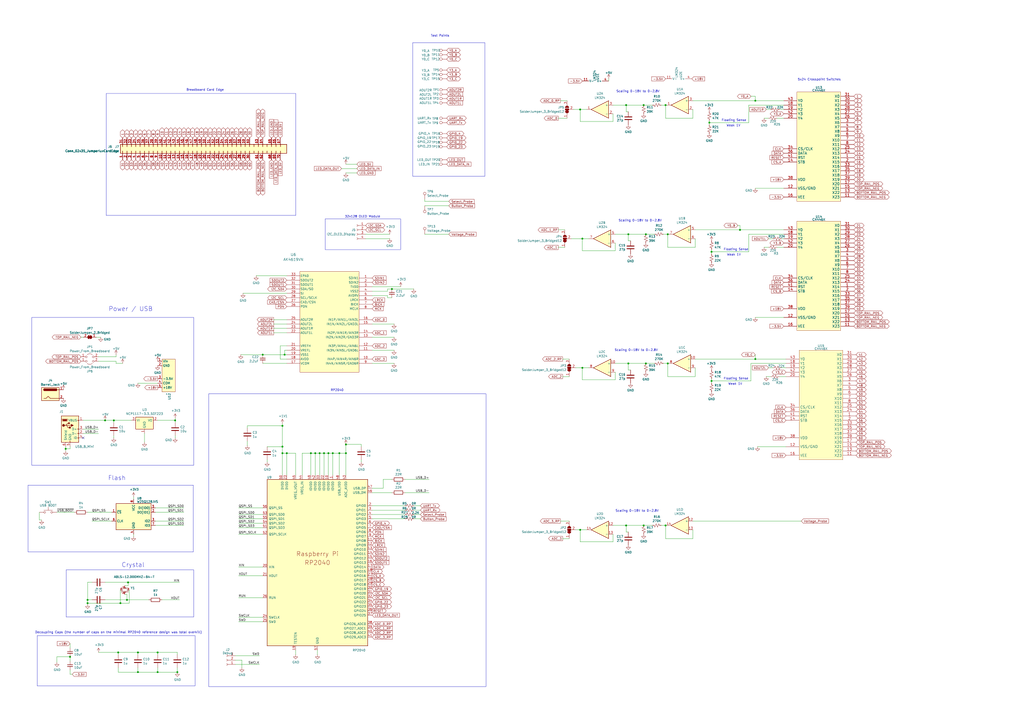
<source format=kicad_sch>
(kicad_sch (version 20231120) (generator "eeschema") (generator_version "8.0")
  (paper "A2")
  (junction (at 411.48 71.12))
  (junction (at 363.22 304.8))
  (junction (at 101.6 243.84))
  (junction (at 152.4 205.74))
  (junction (at 69.85 349.885))
  (junction (at 364.49 210.82))
  (junction (at 374.65 210.82))
  (junction (at 373.38 304.8))
  (junction (at 40.64 381))
  (junction (at 60.96 243.84))
  (junction (at 386.08 304.8))
  (junction (at 429.26 133.35))
  (junction (at 166.37 262.89))
  (junction (at 387.35 210.82))
  (junction (at 438.15 58.42))
  (junction (at 196.85 262.89))
  (junction (at 337.82 213.36))
  (junction (at 227.33 167.64))
  (junction (at 190.5 262.89))
  (junction (at 91.44 389.89))
  (junction (at 163.83 259.08))
  (junction (at 50.8 349.885))
  (junction (at 91.44 378.46))
  (junction (at 80.01 389.89))
  (junction (at 50.8 347.98))
  (junction (at 73.66 347.98))
  (junction (at 336.55 63.5))
  (junction (at 387.35 135.89))
  (junction (at 412.75 220.98))
  (junction (at 165.1 205.74))
  (junction (at 80.01 378.46))
  (junction (at 374.65 135.89))
  (junction (at 386.08 60.96))
  (junction (at 66.04 243.84))
  (junction (at 336.55 307.34))
  (junction (at 364.49 135.89))
  (junction (at 373.38 60.96))
  (junction (at 337.82 138.43))
  (junction (at 187.96 262.89))
  (junction (at 68.58 378.46))
  (junction (at 185.42 262.89))
  (junction (at 102.87 389.89))
  (junction (at 180.34 262.89))
  (junction (at 200.66 262.89))
  (junction (at 182.88 262.89))
  (junction (at 438.15 208.28))
  (junction (at 74.295 337.82))
  (junction (at 200.66 257.81))
  (junction (at 193.04 262.89))
  (junction (at 163.83 247.015))
  (junction (at 38.1 260.35))
  (junction (at 363.22 60.96))
  (junction (at 163.83 262.89))
  (junction (at 412.75 146.05))
  (no_connect (at 48.26 254))
  (wire (pts (xy 403.225 143.51) (xy 387.35 143.51)))
  (wire (pts (xy 171.45 275.59) (xy 171.45 262.89)))
  (wire (pts (xy 136.525 382.905) (xy 140.335 382.905)))
  (wire (pts (xy 355.6 304.8) (xy 363.22 304.8)))
  (wire (pts (xy 60.96 347.98) (xy 73.66 347.98)))
  (wire (pts (xy 364.49 308.61) (xy 363.22 308.61)))
  (wire (pts (xy 91.44 378.46) (xy 102.87 378.46)))
  (wire (pts (xy 152.4 346.71) (xy 138.43 346.71)))
  (wire (pts (xy 355.6 66.04) (xy 355.6 70.485)))
  (wire (pts (xy 200.66 262.89) (xy 200.66 275.59)))
  (wire (pts (xy 337.82 213.36) (xy 341.63 213.36)))
  (wire (pts (xy 452.12 63.5) (xy 454.66 63.5)))
  (wire (pts (xy 438.15 109.22) (xy 454.66 109.22)))
  (wire (pts (xy 336.55 307.34) (xy 340.36 307.34)))
  (wire (pts (xy 215.9 166.37) (xy 232.41 166.37)))
  (wire (pts (xy 209.55 259.08) (xy 209.55 257.81)))
  (wire (pts (xy 74.93 342.265) (xy 74.93 349.885)))
  (wire (pts (xy 215.9 298.45) (xy 234.95 298.45)))
  (wire (pts (xy 143.51 255.905) (xy 143.51 258.445)))
  (wire (pts (xy 365.76 139.7) (xy 364.49 139.7)))
  (wire (pts (xy 48.26 251.46) (xy 57.15 251.46)))
  (wire (pts (xy 77.47 309.88) (xy 77.47 311.15)))
  (wire (pts (xy 334.01 213.36) (xy 337.82 213.36)))
  (wire (pts (xy 40.64 373.38) (xy 40.64 375.92)))
  (wire (pts (xy 101.6 243.84) (xy 101.6 242.57)))
  (wire (pts (xy 158.75 185.42) (xy 166.37 185.42)))
  (wire (pts (xy 180.34 262.89) (xy 182.88 262.89)))
  (wire (pts (xy 140.335 382.905) (xy 140.335 387.35)))
  (wire (pts (xy 332.74 63.5) (xy 336.55 63.5)))
  (wire (pts (xy 234.95 278.13) (xy 248.92 278.13)))
  (wire (pts (xy 152.4 309.88) (xy 138.43 309.88)))
  (wire (pts (xy 138.43 303.53) (xy 152.4 303.53)))
  (wire (pts (xy 163.83 245.745) (xy 163.83 247.015)))
  (wire (pts (xy 403.225 213.36) (xy 403.225 218.44)))
  (wire (pts (xy 435.61 55.88) (xy 438.15 55.88)))
  (wire (pts (xy 401.955 68.58) (xy 386.08 68.58)))
  (wire (pts (xy 374.65 210.82) (xy 379.73 210.82)))
  (wire (pts (xy 190.5 262.89) (xy 193.04 262.89)))
  (wire (pts (xy 198.12 97.79) (xy 207.01 97.79)))
  (wire (pts (xy 148.59 160.02) (xy 166.37 160.02)))
  (wire (pts (xy 325.12 302.26) (xy 330.2 302.26)))
  (wire (pts (xy 158.75 187.96) (xy 166.37 187.96)))
  (wire (pts (xy 401.955 302.26) (xy 464.82 302.26)))
  (wire (pts (xy 445.77 143.51) (xy 443.23 143.51)))
  (wire (pts (xy 227.33 167.64) (xy 240.03 167.64)))
  (wire (pts (xy 331.47 138.43) (xy 337.82 138.43)))
  (wire (pts (xy 72.39 344.805) (xy 73.66 344.805)))
  (wire (pts (xy 373.38 60.96) (xy 378.46 60.96)))
  (wire (pts (xy 434.34 146.05) (xy 412.75 146.05)))
  (wire (pts (xy 243.84 293.37) (xy 240.03 293.37)))
  (wire (pts (xy 355.6 60.96) (xy 363.22 60.96)))
  (wire (pts (xy 67.31 205.74) (xy 67.31 207.01)))
  (wire (pts (xy 411.48 69.85) (xy 411.48 71.12)))
  (wire (pts (xy 190.5 275.59) (xy 190.5 262.89)))
  (wire (pts (xy 374.65 135.89) (xy 379.73 135.89)))
  (wire (pts (xy 73.66 344.805) (xy 73.66 347.98)))
  (wire (pts (xy 411.48 71.12) (xy 411.48 72.39)))
  (wire (pts (xy 323.85 133.35) (xy 327.66 133.35)))
  (wire (pts (xy 93.98 347.98) (xy 104.14 347.98)))
  (wire (pts (xy 450.85 143.51) (xy 454.66 143.51)))
  (wire (pts (xy 364.49 214.63) (xy 364.49 210.82)))
  (wire (pts (xy 38.1 259.08) (xy 38.1 260.35)))
  (wire (pts (xy 450.85 68.58) (xy 454.66 68.58)))
  (wire (pts (xy 74.93 349.885) (xy 69.85 349.885)))
  (wire (pts (xy 43.18 297.18) (xy 33.02 297.18)))
  (wire (pts (xy 212.09 138.43) (xy 226.06 138.43)))
  (wire (pts (xy 401.955 63.5) (xy 401.955 68.58)))
  (wire (pts (xy 434.34 135.89) (xy 454.66 135.89)))
  (wire (pts (xy 224.79 172.72) (xy 224.79 171.45)))
  (wire (pts (xy 336.55 314.325) (xy 336.55 307.34)))
  (wire (pts (xy 83.82 251.46) (xy 83.82 256.54)))
  (wire (pts (xy 175.26 262.89) (xy 180.34 262.89)))
  (wire (pts (xy 246.38 116.84) (xy 246.38 115.57)))
  (wire (pts (xy 215.9 168.91) (xy 224.79 168.91)))
  (wire (pts (xy 363.22 304.8) (xy 373.38 304.8)))
  (wire (pts (xy 356.87 145.415) (xy 337.82 145.415)))
  (wire (pts (xy 162.56 200.66) (xy 166.37 200.66)))
  (wire (pts (xy 403.225 133.35) (xy 429.26 133.35)))
  (wire (pts (xy 227.33 172.72) (xy 224.79 172.72)))
  (wire (pts (xy 222.25 278.13) (xy 227.33 278.13)))
  (wire (pts (xy 439.42 259.08) (xy 455.93 259.08)))
  (wire (pts (xy 154.94 259.08) (xy 163.83 259.08)))
  (wire (pts (xy 73.66 347.98) (xy 86.36 347.98)))
  (wire (pts (xy 384.81 135.89) (xy 387.35 135.89)))
  (wire (pts (xy 152.4 294.64) (xy 138.43 294.64)))
  (wire (pts (xy 184.15 377.19) (xy 184.15 379.73)))
  (wire (pts (xy 215.9 293.37) (xy 234.95 293.37)))
  (wire (pts (xy 48.26 248.92) (xy 57.15 248.92)))
  (wire (pts (xy 412.75 220.98) (xy 412.75 222.25)))
  (wire (pts (xy 355.6 314.325) (xy 336.55 314.325)))
  (wire (pts (xy 166.37 170.18) (xy 140.97 170.18)))
  (wire (pts (xy 76.2 243.84) (xy 66.04 243.84)))
  (wire (pts (xy 175.26 275.59) (xy 175.26 262.89)))
  (wire (pts (xy 58.42 195.58) (xy 55.88 195.58)))
  (wire (pts (xy 90.17 304.8) (xy 106.68 304.8)))
  (wire (pts (xy 363.22 64.77) (xy 363.22 60.96)))
  (wire (pts (xy 57.15 207.01) (xy 67.31 207.01)))
  (wire (pts (xy 171.45 262.89) (xy 166.37 262.89)))
  (wire (pts (xy 222.25 278.13) (xy 222.25 283.21)))
  (wire (pts (xy 53.34 347.98) (xy 50.8 347.98)))
  (wire (pts (xy 185.42 275.59) (xy 185.42 262.89)))
  (wire (pts (xy 401.955 312.42) (xy 386.08 312.42)))
  (wire (pts (xy 403.225 208.28) (xy 438.15 208.28)))
  (wire (pts (xy 57.15 209.55) (xy 67.31 209.55)))
  (wire (pts (xy 334.01 307.34) (xy 336.55 307.34)))
  (wire (pts (xy 434.34 71.12) (xy 411.48 71.12)))
  (wire (pts (xy 412.75 144.78) (xy 412.75 146.05)))
  (wire (pts (xy 444.5 63.5) (xy 447.04 63.5)))
  (wire (pts (xy 48.26 195.58) (xy 46.99 195.58)))
  (wire (pts (xy 91.44 387.35) (xy 91.44 389.89)))
  (wire (pts (xy 323.85 143.51) (xy 327.66 143.51)))
  (wire (pts (xy 66.04 252.73) (xy 66.04 254)))
  (wire (pts (xy 387.35 218.44) (xy 387.35 210.82)))
  (wire (pts (xy 180.34 275.59) (xy 180.34 262.89)))
  (wire (pts (xy 412.75 146.05) (xy 412.75 147.32)))
  (wire (pts (xy 438.15 55.88) (xy 438.15 58.42)))
  (wire (pts (xy 74.295 337.82) (xy 104.14 337.82)))
  (wire (pts (xy 384.81 210.82) (xy 387.35 210.82)))
  (wire (pts (xy 69.85 342.265) (xy 69.85 349.885)))
  (wire (pts (xy 412.75 219.71) (xy 412.75 220.98)))
  (wire (pts (xy 196.85 262.89) (xy 200.66 262.89)))
  (wire (pts (xy 435.61 210.82) (xy 435.61 220.98)))
  (wire (pts (xy 91.44 389.89) (xy 80.01 389.89)))
  (wire (pts (xy 138.43 298.45) (xy 152.4 298.45)))
  (wire (pts (xy 246.38 119.38) (xy 260.35 119.38)))
  (wire (pts (xy 101.6 245.11) (xy 101.6 243.84)))
  (wire (pts (xy 387.35 143.51) (xy 387.35 135.89)))
  (wire (pts (xy 429.26 130.81) (xy 429.26 133.35)))
  (wire (pts (xy 40.64 381) (xy 33.02 381)))
  (wire (pts (xy 91.44 243.84) (xy 101.6 243.84)))
  (wire (pts (xy 200.66 257.81) (xy 200.66 262.89)))
  (wire (pts (xy 196.85 275.59) (xy 196.85 262.89)))
  (wire (pts (xy 234.95 285.75) (xy 248.92 285.75)))
  (wire (pts (xy 60.96 243.84) (xy 66.04 243.84)))
  (wire (pts (xy 453.39 138.43) (xy 454.66 138.43)))
  (wire (pts (xy 336.55 70.485) (xy 336.55 63.5)))
  (wire (pts (xy 435.61 210.82) (xy 455.93 210.82)))
  (wire (pts (xy 227.33 167.64) (xy 224.79 167.64)))
  (wire (pts (xy 243.84 295.91) (xy 240.03 295.91)))
  (wire (pts (xy 215.9 203.2) (xy 228.6 203.2)))
  (wire (pts (xy 40.64 388.62) (xy 40.64 391.16)))
  (wire (pts (xy 438.15 205.74) (xy 438.15 208.28)))
  (wire (pts (xy 38.1 260.35) (xy 38.1 261.62)))
  (wire (pts (xy 57.15 378.46) (xy 68.58 378.46)))
  (wire (pts (xy 434.34 60.96) (xy 434.34 71.12)))
  (wire (pts (xy 363.22 308.61) (xy 363.22 304.8)))
  (wire (pts (xy 136.525 385.445) (xy 150.495 385.445)))
  (wire (pts (xy 445.77 68.58) (xy 443.23 68.58)))
  (wire (pts (xy 80.01 378.46) (xy 91.44 378.46)))
  (wire (pts (xy 215.9 210.82) (xy 228.6 210.82)))
  (wire (pts (xy 215.9 195.58) (xy 228.6 195.58)))
  (wire (pts (xy 182.88 262.89) (xy 185.42 262.89)))
  (wire (pts (xy 427.99 130.81) (xy 429.26 130.81)))
  (wire (pts (xy 102.87 379.73) (xy 102.87 378.46)))
  (wire (pts (xy 143.51 248.285) (xy 143.51 247.015)))
  (wire (pts (xy 403.225 138.43) (xy 403.225 143.51)))
  (wire (pts (xy 337.82 220.345) (xy 337.82 213.36)))
  (wire (pts (xy 240.03 300.99) (xy 243.84 300.99)))
  (wire (pts (xy 364.49 210.82) (xy 374.65 210.82)))
  (wire (pts (xy 80.01 222.25) (xy 91.44 222.25)))
  (wire (pts (xy 154.94 266.7) (xy 154.94 267.97)))
  (wire (pts (xy 152.4 205.74) (xy 165.1 205.74)))
  (wire (pts (xy 74.295 339.725) (xy 74.295 337.82)))
  (wire (pts (xy 434.34 60.96) (xy 454.66 60.96)))
  (wire (pts (xy 50.8 349.885) (xy 69.85 349.885)))
  (wire (pts (xy 337.82 145.415) (xy 337.82 138.43)))
  (wire (pts (xy 77.47 288.29) (xy 77.47 289.56)))
  (wire (pts (xy 166.37 208.28) (xy 162.56 208.28)))
  (wire (pts (xy 80.01 379.73) (xy 80.01 378.46)))
  (wire (pts (xy 355.6 309.88) (xy 355.6 314.325)))
  (wire (pts (xy 136.525 380.365) (xy 150.495 380.365)))
  (wire (pts (xy 165.1 205.74) (xy 166.37 205.74)))
  (wire (pts (xy 138.43 306.07) (xy 152.4 306.07)))
  (wire (pts (xy 435.61 220.98) (xy 412.75 220.98)))
  (wire (pts (xy 158.75 193.04) (xy 166.37 193.04)))
  (wire (pts (xy 102.87 389.89) (xy 91.44 389.89)))
  (wire (pts (xy 22.86 301.625) (xy 24.13 301.625)))
  (wire (pts (xy 90.17 297.18) (xy 106.68 297.18)))
  (wire (pts (xy 224.79 167.64) (xy 224.79 168.91)))
  (wire (pts (xy 171.45 377.19) (xy 171.45 379.73)))
  (wire (pts (xy 40.64 381) (xy 40.64 383.54)))
  (wire (pts (xy 429.26 133.35) (xy 454.66 133.35)))
  (wire (pts (xy 215.9 300.99) (xy 234.95 300.99)))
  (wire (pts (xy 60.96 337.82) (xy 74.295 337.82)))
  (wire (pts (xy 138.43 328.93) (xy 152.4 328.93)))
  (wire (pts (xy 337.82 138.43) (xy 341.63 138.43)))
  (wire (pts (xy 143.51 247.015) (xy 163.83 247.015)))
  (wire (pts (xy 22.86 297.18) (xy 22.86 301.625)))
  (wire (pts (xy 68.58 378.46) (xy 80.01 378.46)))
  (wire (pts (xy 356.87 135.89) (xy 364.49 135.89)))
  (wire (pts (xy 193.04 262.89) (xy 193.04 275.59)))
  (wire (pts (xy 40.64 391.16) (xy 41.91 391.16)))
  (wire (pts (xy 166.37 203.2) (xy 165.1 203.2)))
  (wire (pts (xy 80.01 387.35) (xy 80.01 389.89)))
  (wire (pts (xy 386.08 312.42) (xy 386.08 304.8)))
  (wire (pts (xy 246.38 135.89) (xy 260.35 135.89)))
  (wire (pts (xy 365.76 214.63) (xy 364.49 214.63)))
  (wire (pts (xy 355.6 70.485) (xy 336.55 70.485)))
  (wire (pts (xy 33.02 381) (xy 33.02 384.175)))
  (wire (pts (xy 403.225 218.44) (xy 387.35 218.44)))
  (wire (pts (xy 215.9 187.96) (xy 228.6 187.96)))
  (wire (pts (xy 326.39 218.44) (xy 330.2 218.44)))
  (wire (pts (xy 215.9 283.21) (xy 222.25 283.21)))
  (wire (pts (xy 353.06 45.72) (xy 353.06 46.99)))
  (wire (pts (xy 152.4 210.82) (xy 166.37 210.82)))
  (wire (pts (xy 363.22 60.96) (xy 373.38 60.96)))
  (wire (pts (xy 67.31 210.82) (xy 71.12 210.82)))
  (wire (pts (xy 364.49 135.89) (xy 374.65 135.89)))
  (wire (pts (xy 91.44 379.73) (xy 91.44 378.46)))
  (wire (pts (xy 68.58 379.73) (xy 68.58 378.46)))
  (wire (pts (xy 386.08 68.58) (xy 386.08 60.96)))
  (wire (pts (xy 438.15 184.15) (xy 454.66 184.15)))
  (wire (pts (xy 445.77 213.36) (xy 448.31 213.36)))
  (wire (pts (xy 447.04 218.44) (xy 444.5 218.44)))
  (wire (pts (xy 387.985 210.82) (xy 387.35 210.82)))
  (wire (pts (xy 364.49 139.7) (xy 364.49 135.89)))
  (wire (pts (xy 386.715 60.96) (xy 386.08 60.96)))
  (wire (pts (xy 323.85 68.58) (xy 328.93 68.58)))
  (wire (pts (xy 163.83 259.08) (xy 163.83 262.89)))
  (wire (pts (xy 453.39 213.36) (xy 455.93 213.36)))
  (wire (pts (xy 162.56 208.28) (xy 162.56 200.66)))
  (wire (pts (xy 187.96 262.89) (xy 190.5 262.89)))
  (wire (pts (xy 200.66 257.81) (xy 209.55 257.81)))
  (wire (pts (xy 50.8 349.885) (xy 50.8 350.52)))
  (wire (pts (xy 434.34 135.89) (xy 434.34 146.05)))
  (wire (pts (xy 138.43 300.99) (xy 152.4 300.99)))
  (wire (pts (xy 48.26 243.84) (xy 60.96 243.84)))
  (wire (pts (xy 101.6 252.73) (xy 101.6 254)))
  (wire (pts (xy 193.04 262.89) (xy 196.85 262.89)))
  (wire (pts (xy 401.955 58.42) (xy 438.15 58.42)))
  (wire (pts (xy 40.64 260.35) (xy 38.1 260.35)))
  (wire (pts (xy 152.4 360.68) (xy 138.43 360.68)))
  (wire (pts (xy 72.39 339.725) (xy 74.295 339.725)))
  (wire (pts (xy 438.15 58.42) (xy 454.66 58.42)))
  (wire (pts (xy 102.87 387.35) (xy 102.87 389.89)))
  (wire (pts (xy 163.83 262.89) (xy 163.83 275.59)))
  (wire (pts (xy 139.7 205.74) (xy 152.4 205.74)))
  (wire (pts (xy 152.4 334.01) (xy 138.43 334.01)))
  (wire (pts (xy 326.39 208.28) (xy 330.2 208.28)))
  (wire (pts (xy 165.1 203.2) (xy 165.1 205.74)))
  (wire (pts (xy 90.17 294.64) (xy 106.68 294.64)))
  (wire (pts (xy 373.38 304.8) (xy 378.46 304.8)))
  (wire (pts (xy 356.87 210.82) (xy 364.49 210.82)))
  (wire (pts (xy 212.09 135.89) (xy 226.06 135.89)))
  (wire (pts (xy 163.83 247.015) (xy 163.83 259.08)))
  (wire (pts (xy 325.12 58.42) (xy 328.93 58.42)))
  (wire (pts (xy 152.4 358.14) (xy 138.43 358.14)))
  (wire (pts (xy 90.17 302.26) (xy 106.68 302.26)))
  (wire (pts (xy 326.39 312.42) (xy 330.2 312.42)))
  (wire (pts (xy 215.9 285.75) (xy 227.33 285.75)))
  (wire (pts (xy 215.9 171.45) (xy 224.79 171.45)))
  (wire (pts (xy 445.77 138.43) (xy 448.31 138.43)))
  (wire (pts (xy 182.88 275.59) (xy 182.88 262.89)))
  (wire (pts (xy 185.42 262.89) (xy 187.96 262.89)))
  (wire (pts (xy 50.8 337.82) (xy 50.8 347.98)))
  (wire (pts (xy 356.87 140.97) (xy 356.87 145.415)))
  (wire (pts (xy 53.34 302.26) (xy 64.77 302.26)))
  (wire (pts (xy 386.715 304.8) (xy 386.08 304.8)))
  (wire (pts (xy 438.15 208.28) (xy 455.93 208.28)))
  (wire (pts (xy 66.04 245.11) (xy 66.04 243.84)))
  (wire (pts (xy 200.66 100.33) (xy 207.01 100.33)))
  (wire (pts (xy 452.12 218.44) (xy 455.93 218.44)))
  (wire (pts (xy 336.55 63.5) (xy 340.36 63.5)))
  (wire (pts (xy 166.37 262.89) (xy 163.83 262.89)))
  (wire (pts (xy 158.75 190.5) (xy 166.37 190.5)))
  (wire (pts (xy 215.9 295.91) (xy 234.95 295.91)))
  (wire (pts (xy 383.54 304.8) (xy 386.08 304.8)))
  (wire (pts (xy 387.985 135.89) (xy 387.35 135.89)))
  (wire (pts (xy 80.01 389.89) (xy 68.58 389.89)))
  (wire (pts (xy 68.58 387.35) (xy 68.58 389.89)))
  (wire (pts (xy 166.37 275.59) (xy 166.37 262.89)))
  (wire (pts (xy 356.87 220.345) (xy 337.82 220.345)))
  (wire (pts (xy 53.34 337.82) (xy 50.8 337.82)))
  (wire (pts (xy 50.8 347.98) (xy 50.8 349.885)))
  (wire (pts (xy 383.54 60.96) (xy 386.08 60.96)))
  (wire (pts (xy 356.87 215.9) (xy 356.87 220.345)))
  (wire (pts (xy 246.38 116.84) (xy 260.35 116.84)))
  (wire (pts (xy 200.66 95.25) (xy 207.01 95.25)))
  (wire (pts (xy 401.955 307.34) (xy 401.955 312.42)))
  (wire (pts (xy 240.03 298.45) (xy 243.84 298.45)))
  (wire (pts (xy 187.96 275.59) (xy 187.96 262.89)))
  (wire (pts (xy 209.55 266.7) (xy 209.55 267.97)))
  (wire (pts (xy 50.8 297.18) (xy 64.77 297.18)))
  (wire (pts (xy 67.31 209.55) (xy 67.31 210.82)))
  (wire (pts (xy 40.64 259.08) (xy 40.64 260.35)))
  (wire (pts (xy 364.49 64.77) (xy 363.22 64.77)))
  (rectangle (start 21.59 368.681) (end 113.157 397.891))
  (rectangle (start 18.415 184.15) (end 112.395 269.875))
  (rectangle (start 16.256 281.432) (end 112.141 320.167))
  (rectangle (start 239.395 24.765) (end 281.305 102.235))
  (rectangle (start 188.595 127) (end 232.41 144.78))
  (rectangle (start 38.354 330.581) (end 112.395 357.886))
  (rectangle (start 61.595 54.229) (end 171.577 124.968))
  (rectangle (start 121.031 228.473) (end 281.94 398.272))
  (text "Test Points" (at 255.27 20.828 0) (effects (font (size 1.27 1.27))))
  (text "Power / USB" (at 62.992 180.848 0) (effects (font (size 2.54 2.54)) (justify left bottom)))
  (text "32x128 OLED Module" (at 210.312 125.73 0) (effects (font (size 1.27 1.27))))
  (text "Weak 1V" (at 425.704 147.828 0) (effects (font (size 1.27 1.27))))
  (text "Floating Sense" (at 426.974 144.78 0) (effects (font (size 1.27 1.27))))
  (text "Floating Sense" (at 426.974 219.71 0) (effects (font (size 1.27 1.27))))
  (text "Scaling 0-18V to 0-2.8V" (at 371.348 128.016 0) (effects (font (size 1.27 1.27))))
  (text "RP2040" (at 191.77 227.203 0) (effects (font (size 1.27 1.27)) (justify left bottom)))
  (text "Breadboard Card Edge" (at 108.077 52.959 0) (effects (font (size 1.27 1.27)) (justify left bottom)))
  (text "Weak 1V" (at 425.45 72.898 0) (effects (font (size 1.27 1.27))))
  (text "5x24 Crosspoint Switches" (at 475.234 46.228 0) (effects (font (size 1.27 1.27))))
  (text "Floating Sense" (at 425.704 69.85 0) (effects (font (size 1.27 1.27))))
  (text "Scaling 0-18V to 0-2.8V" (at 369.57 296.418 0) (effects (font (size 1.27 1.27))))
  (text "Crystal" (at 70.485 329.311 0) (effects (font (size 2.54 2.54)) (justify left bottom)))
  (text "Flash" (at 62.611 278.892 0) (effects (font (size 2.54 2.54)) (justify left bottom)))
  (text "Scaling 0-18V to 0-2.8V" (at 370.078 53.086 0) (effects (font (size 1.27 1.27))))
  (text "Weak 1V" (at 426.466 222.758 0) (effects (font (size 1.27 1.27))))
  (text "Decoupling Caps (the number of caps on the minimal RP2040 reference design was total overkill)" (at 20.32 367.665 0) (effects (font (size 1.27 1.27)) (justify left bottom)))
  (text "Scaling 0-18V to 0-2.8V" (at 369.062 203.2 0) (effects (font (size 1.27 1.27))))
  (label "QSPI_SCLK" (at 53.34 302.26 0))
  (label "~{USB_BOOT}" (at 33.02 297.18 0))
  (label "QSPI_SD1" (at 138.43 300.99 0))
  (label "XIN" (at 138.43 328.93 0))
  (label "SWCLK" (at 138.43 358.14 0))
  (label "QSPI_SD3" (at 106.68 304.8 180))
  (label "RUN" (at 138.43 346.71 0))
  (label "QSPI_SD2" (at 106.68 302.26 180))
  (label "QSPI_SS" (at 138.43 294.64 0))
  (label "USB_D-" (at 248.92 285.75 180))
  (label "XOUT" (at 138.43 334.01 0))
  (label "QSPI_SD0" (at 106.68 294.64 180))
  (label "USB_D+" (at 248.92 278.13 180))
  (label "SWD" (at 138.43 360.68 0))
  (label "QSPI_SS" (at 53.34 297.18 0))
  (label "QSPI_SCLK" (at 138.43 309.88 0))
  (label "USB_D-" (at 57.15 251.46 180))
  (label "QSPI_SD0" (at 138.43 298.45 0))
  (label "SWD" (at 150.495 380.365 180))
  (label "QSPI_SD2" (at 138.43 303.53 0))
  (label "USB_D+" (at 57.15 248.92 180))
  (label "QSPI_SD3" (at 138.43 306.07 0))
  (label "XOUT" (at 104.14 347.98 180))
  (label "SWCLK" (at 150.495 385.445 180))
  (label "QSPI_SD1" (at 106.68 297.18 180))
  (label "XIN" (at 104.14 337.82 180))
  (global_label "47" (shape bidirectional) (at 111.76 92.71 270) (property "Intersheetrefs" "${INTERSHEET_REFS}" (effects (hide yes))))
  (global_label "BOTTOM_RAIL_POS" (shape bidirectional) (at 495.3 111.76 0) (property "Intersheetrefs" "${INTERSHEET_REFS}" (effects (hide yes))))
  (global_label "50" (shape bidirectional) (at 119.38 92.71 270) (property "Intersheetrefs" "${INTERSHEET_REFS}" (effects (hide yes))))
  (global_label "BOTTOM_RAIL_POS" (shape bidirectional) (at 495.3 186.69 0) (property "Intersheetrefs" "${INTERSHEET_REFS}" (effects (hide yes))))
  (global_label "30" (shape bidirectional) (at 495.3 153.67 0) (property "Intersheetrefs" "${INTERSHEET_REFS}" (effects (hide yes))))
  (global_label "23" (shape bidirectional) (at 127 80.01 90) (property "Intersheetrefs" "${INTERSHEET_REFS}" (effects (hide yes))))
  (global_label "I2C_SDA" (shape bidirectional) (at 212.09 130.81 0) (property "Intersheetrefs" "${INTERSHEET_REFS}" (effects (hide yes))))
  (global_label "AOUT2R" (shape input) (at 259.08 52.07 0) (property "Intersheetrefs" "${INTERSHEET_REFS}" (effects (hide yes))))
  (global_label "BOTTOM_RAIL_NEG" (shape bidirectional) (at 152.4 92.71 270) (property "Intersheetrefs" "${INTERSHEET_REFS}" (effects (hide yes))))
  (global_label "BOTTOM_RAIL_NEG" (shape bidirectional) (at 496.57 264.16 0) (property "Intersheetrefs" "${INTERSHEET_REFS}" (effects (hide yes))))
  (global_label "4" (shape bidirectional) (at 495.3 63.5 0) (property "Intersheetrefs" "${INTERSHEET_REFS}" (effects (hide yes))))
  (global_label "MCK" (shape input) (at 215.9 311.15 0) (property "Intersheetrefs" "${INTERSHEET_REFS}" (effects (hide yes))))
  (global_label "38" (shape bidirectional) (at 495.3 173.99 0) (property "Intersheetrefs" "${INTERSHEET_REFS}" (effects (hide yes))))
  (global_label "DATA" (shape input) (at 454.66 88.9 180) (property "Intersheetrefs" "${INTERSHEET_REFS}" (effects (hide yes))))
  (global_label "DATA" (shape input) (at 454.66 163.83 180) (property "Intersheetrefs" "${INTERSHEET_REFS}" (effects (hide yes))))
  (global_label "RESET" (shape input) (at 454.66 91.44 180) (property "Intersheetrefs" "${INTERSHEET_REFS}" (effects (hide yes))))
  (global_label "PDN" (shape input) (at 215.9 308.61 0) (property "Intersheetrefs" "${INTERSHEET_REFS}" (effects (hide yes))))
  (global_label "BOTTOM_RAIL_POS" (shape bidirectional) (at 496.57 261.62 0) (property "Intersheetrefs" "${INTERSHEET_REFS}" (effects (hide yes))))
  (global_label "59" (shape bidirectional) (at 496.57 251.46 0) (property "Intersheetrefs" "${INTERSHEET_REFS}" (effects (hide yes))))
  (global_label "Y0_B" (shape bidirectional) (at 259.08 31.75 0) (property "Intersheetrefs" "${INTERSHEET_REFS}" (effects (hide yes))))
  (global_label "GPI0_22" (shape bidirectional) (at 259.08 82.55 0) (property "Intersheetrefs" "${INTERSHEET_REFS}" (effects (hide yes))))
  (global_label "-3.5V" (shape input) (at 337.82 46.99 180) (property "Intersheetrefs" "${INTERSHEET_REFS}" (effects (hide yes))))
  (global_label "+18V" (shape input) (at 401.32 45.72 0) (property "Intersheetrefs" "${INTERSHEET_REFS}" (effects (hide yes))))
  (global_label "GPI0_19" (shape bidirectional) (at 259.08 80.01 0) (property "Intersheetrefs" "${INTERSHEET_REFS}" (effects (hide yes))))
  (global_label "15" (shape bidirectional) (at 495.3 91.44 0) (property "Intersheetrefs" "${INTERSHEET_REFS}" (effects (hide yes))))
  (global_label "CLK" (shape output) (at 215.9 331.47 0) (property "Intersheetrefs" "${INTERSHEET_REFS}" (effects (hide yes))))
  (global_label "LED_GND" (shape input) (at 157.48 80.01 90) (property "Intersheetrefs" "${INTERSHEET_REFS}" (effects (hide yes))))
  (global_label "59" (shape bidirectional) (at 142.24 92.71 270) (property "Intersheetrefs" "${INTERSHEET_REFS}" (effects (hide yes))))
  (global_label "56" (shape bidirectional) (at 134.62 92.71 270) (property "Intersheetrefs" "${INTERSHEET_REFS}" (effects (hide yes))))
  (global_label "AOUT1R" (shape input) (at 259.08 57.15 0) (property "Intersheetrefs" "${INTERSHEET_REFS}" (effects (hide yes))))
  (global_label "58" (shape bidirectional) (at 496.57 248.92 0) (property "Intersheetrefs" "${INTERSHEET_REFS}" (effects (hide yes))))
  (global_label "BICK" (shape input) (at 215.9 313.69 0) (property "Intersheetrefs" "${INTERSHEET_REFS}" (effects (hide yes))))
  (global_label "5" (shape bidirectional) (at 495.3 66.04 0) (property "Intersheetrefs" "${INTERSHEET_REFS}" (effects (hide yes))))
  (global_label "ADC_2_RP" (shape output) (at 326.39 208.28 180) (property "Intersheetrefs" "${INTERSHEET_REFS}" (effects (hide yes))))
  (global_label "36" (shape bidirectional) (at 83.82 92.71 270) (property "Intersheetrefs" "${INTERSHEET_REFS}" (effects (hide yes))))
  (global_label "45" (shape bidirectional) (at 106.68 92.71 270) (property "Intersheetrefs" "${INTERSHEET_REFS}" (effects (hide yes))))
  (global_label "RESET" (shape input) (at 454.66 166.37 180) (property "Intersheetrefs" "${INTERSHEET_REFS}" (effects (hide yes))))
  (global_label "I2C_SDA" (shape bidirectional) (at 166.37 167.64 180) (property "Intersheetrefs" "${INTERSHEET_REFS}" (effects (hide yes))))
  (global_label "ADC_1" (shape input) (at 215.9 193.04 0) (property "Intersheetrefs" "${INTERSHEET_REFS}" (effects (hide yes))))
  (global_label "25" (shape bidirectional) (at 495.3 140.97 0) (property "Intersheetrefs" "${INTERSHEET_REFS}" (effects (hide yes))))
  (global_label "1" (shape bidirectional) (at 71.12 80.01 90) (property "Intersheetrefs" "${INTERSHEET_REFS}" (effects (hide yes))))
  (global_label "LED_5V" (shape input) (at 162.56 80.01 90) (property "Intersheetrefs" "${INTERSHEET_REFS}" (effects (hide yes))))
  (global_label "RESET" (shape output) (at 215.9 354.33 0) (property "Intersheetrefs" "${INTERSHEET_REFS}" (effects (hide yes))))
  (global_label "UART_Tx" (shape bidirectional) (at 243.84 293.37 0) (property "Intersheetrefs" "${INTERSHEET_REFS}" (effects (hide yes))))
  (global_label "-3.5V" (shape input) (at 41.91 391.16 0) (property "Intersheetrefs" "${INTERSHEET_REFS}" (effects (hide yes))))
  (global_label "Voltage_Probe" (shape input) (at 260.35 135.89 0) (property "Intersheetrefs" "${INTERSHEET_REFS}" (effects (hide yes))))
  (global_label "14" (shape bidirectional) (at 495.3 88.9 0) (property "Intersheetrefs" "${INTERSHEET_REFS}" (effects (hide yes))))
  (global_label "LRCK" (shape input) (at 215.9 316.23 0) (property "Intersheetrefs" "${INTERSHEET_REFS}" (effects (hide yes))))
  (global_label "CAD{slash}CSN" (shape input) (at 215.9 306.07 0) (property "Intersheetrefs" "${INTERSHEET_REFS}" (effects (hide yes))))
  (global_label "AOUT2R" (shape output) (at 158.75 185.42 180) (property "Intersheetrefs" "${INTERSHEET_REFS}" (effects (hide yes))))
  (global_label "Y0_B" (shape bidirectional) (at 427.99 130.81 180) (property "Intersheetrefs" "${INTERSHEET_REFS}" (effects (hide yes))))
  (global_label "13" (shape bidirectional) (at 495.3 86.36 0) (property "Intersheetrefs" "${INTERSHEET_REFS}" (effects (hide yes))))
  (global_label "43" (shape bidirectional) (at 496.57 210.82 0) (property "Intersheetrefs" "${INTERSHEET_REFS}" (effects (hide yes))))
  (global_label "Y3_A" (shape bidirectional) (at 454.66 66.04 180) (property "Intersheetrefs" "${INTERSHEET_REFS}" (effects (hide yes))))
  (global_label "Y0_A" (shape bidirectional) (at 435.61 55.88 180) (property "Intersheetrefs" "${INTERSHEET_REFS}" (effects (hide yes))))
  (global_label "21" (shape bidirectional) (at 121.92 80.01 90) (property "Intersheetrefs" "${INTERSHEET_REFS}" (effects (hide yes))))
  (global_label "6" (shape bidirectional) (at 83.82 80.01 90) (property "Intersheetrefs" "${INTERSHEET_REFS}" (effects (hide yes))))
  (global_label "48" (shape bidirectional) (at 114.3 92.71 270) (property "Intersheetrefs" "${INTERSHEET_REFS}" (effects (hide yes))))
  (global_label "55" (shape bidirectional) (at 132.08 92.71 270) (property "Intersheetrefs" "${INTERSHEET_REFS}" (effects (hide yes))))
  (global_label "2" (shape bidirectional) (at 495.3 58.42 0) (property "Intersheetrefs" "${INTERSHEET_REFS}" (effects (hide yes))))
  (global_label "9" (shape bidirectional) (at 495.3 76.2 0) (property "Intersheetrefs" "${INTERSHEET_REFS}" (effects (hide yes))))
  (global_label "LED_OUT" (shape input) (at 160.02 80.01 90) (property "Intersheetrefs" "${INTERSHEET_REFS}" (effects (hide yes))))
  (global_label "BOTTOM_RAIL_POS" (shape bidirectional) (at 46.99 209.55 180) (property "Intersheetrefs" "${INTERSHEET_REFS}" (effects (hide yes))))
  (global_label "6" (shape bidirectional) (at 495.3 68.58 0) (property "Intersheetrefs" "${INTERSHEET_REFS}" (effects (hide yes))))
  (global_label "ADC_0" (shape output) (at 323.85 68.58 180) (property "Intersheetrefs" "${INTERSHEET_REFS}" (effects (hide yes))))
  (global_label "CLK" (shape input) (at 455.93 236.22 180) (property "Intersheetrefs" "${INTERSHEET_REFS}" (effects (hide yes))))
  (global_label "Y0_A" (shape bidirectional) (at 259.08 29.21 0) (property "Intersheetrefs" "${INTERSHEET_REFS}" (effects (hide yes))))
  (global_label "DATA" (shape output) (at 215.9 328.93 0) (property "Intersheetrefs" "${INTERSHEET_REFS}" (effects (hide yes))))
  (global_label "TOP_RAIL_NEG" (shape bidirectional) (at 152.4 80.01 90) (property "Intersheetrefs" "${INTERSHEET_REFS}" (effects (hide yes))))
  (global_label "SDIN2" (shape input) (at 215.9 321.31 0) (property "Intersheetrefs" "${INTERSHEET_REFS}" (effects (hide yes))))
  (global_label "55" (shape bidirectional) (at 496.57 241.3 0) (property "Intersheetrefs" "${INTERSHEET_REFS}" (effects (hide yes))))
  (global_label "ADC_3" (shape output) (at 326.39 312.42 180) (property "Intersheetrefs" "${INTERSHEET_REFS}" (effects (hide yes))))
  (global_label "ADC_1_RP" (shape input) (at 215.9 364.49 0) (property "Intersheetrefs" "${INTERSHEET_REFS}" (effects (hide yes))))
  (global_label "ADC_3" (shape input) (at 215.9 208.28 0) (property "Intersheetrefs" "${INTERSHEET_REFS}" (effects (hide yes))))
  (global_label "UART_Rx" (shape bidirectional) (at 243.84 295.91 0) (property "Intersheetrefs" "${INTERSHEET_REFS}" (effects (hide yes))))
  (global_label "22" (shape bidirectional) (at 124.46 80.01 90) (property "Intersheetrefs" "${INTERSHEET_REFS}" (effects (hide yes))))
  (global_label "ADC_0_RP" (shape output) (at 325.12 58.42 180) (property "Intersheetrefs" "${INTERSHEET_REFS}" (effects (hide yes))))
  (global_label "26" (shape bidirectional) (at 495.3 143.51 0) (property "Intersheetrefs" "${INTERSHEET_REFS}" (effects (hide yes))))
  (global_label "ADC_1" (shape output) (at 323.85 143.51 180) (property "Intersheetrefs" "${INTERSHEET_REFS}" (effects (hide yes))))
  (global_label "20" (shape bidirectional) (at 119.38 80.01 90) (property "Intersheetrefs" "${INTERSHEET_REFS}" (effects (hide yes))))
  (global_label "Y3_C" (shape bidirectional) (at 259.08 45.72 0) (property "Intersheetrefs" "${INTERSHEET_REFS}" (effects (hide yes))))
  (global_label "52" (shape bidirectional) (at 496.57 233.68 0) (property "Intersheetrefs" "${INTERSHEET_REFS}" (effects (hide yes))))
  (global_label "60" (shape bidirectional) (at 496.57 254 0) (property "Intersheetrefs" "${INTERSHEET_REFS}" (effects (hide yes))))
  (global_label "56" (shape bidirectional) (at 496.57 243.84 0) (property "Intersheetrefs" "${INTERSHEET_REFS}" (effects (hide yes))))
  (global_label "7" (shape bidirectional) (at 495.3 71.12 0) (property "Intersheetrefs" "${INTERSHEET_REFS}" (effects (hide yes))))
  (global_label "TOP_RAIL_POS" (shape bidirectional) (at 495.3 181.61 0) (property "Intersheetrefs" "${INTERSHEET_REFS}" (effects (hide yes))))
  (global_label "-3.5V" (shape input) (at 386.08 45.72 180) (property "Intersheetrefs" "${INTERSHEET_REFS}" (effects (hide yes))))
  (global_label "37" (shape bidirectional) (at 86.36 92.71 270) (property "Intersheetrefs" "${INTERSHEET_REFS}" (effects (hide yes))))
  (global_label "-3.5V" (shape output) (at 91.44 219.71 180) (property "Intersheetrefs" "${INTERSHEET_REFS}" (effects (hide yes))))
  (global_label "57" (shape bidirectional) (at 137.16 92.71 270) (property "Intersheetrefs" "${INTERSHEET_REFS}" (effects (hide yes))))
  (global_label "+18V" (shape input) (at 454.66 179.07 180) (property "Intersheetrefs" "${INTERSHEET_REFS}" (effects (hide yes))))
  (global_label "29" (shape bidirectional) (at 142.24 80.01 90) (property "Intersheetrefs" "${INTERSHEET_REFS}" (effects (hide yes))))
  (global_label "29" (shape bidirectional) (at 495.3 151.13 0) (property "Intersheetrefs" "${INTERSHEET_REFS}" (effects (hide yes))))
  (global_label "TOP_RAIL_POS" (shape bidirectional) (at 149.86 80.01 90) (property "Intersheetrefs" "${INTERSHEET_REFS}" (effects (hide yes))))
  (global_label "14" (shape bidirectional) (at 104.14 80.01 90) (property "Intersheetrefs" "${INTERSHEET_REFS}" (effects (hide yes))))
  (global_label "LED_GND" (shape input) (at 207.01 100.33 0) (property "Intersheetrefs" "${INTERSHEET_REFS}" (effects (hide yes))))
  (global_label "10" (shape bidirectional) (at 93.98 80.01 90) (property "Intersheetrefs" "${INTERSHEET_REFS}" (effects (hide yes))))
  (global_label "AOUT1L" (shape input) (at 445.77 138.43 180) (property "Intersheetrefs" "${INTERSHEET_REFS}" (effects (hide yes))))
  (global_label "BICK" (shape input) (at 215.9 176.53 0) (property "Intersheetrefs" "${INTERSHEET_REFS}" (effects (hide yes))))
  (global_label "LED_5V" (shape input) (at 162.56 92.71 270) (property "Intersheetrefs" "${INTERSHEET_REFS}" (effects (hide yes))))
  (global_label "37" (shape bidirectional) (at 495.3 171.45 0) (property "Intersheetrefs" "${INTERSHEET_REFS}" (effects (hide yes))))
  (global_label "19" (shape bidirectional) (at 116.84 80.01 90) (property "Intersheetrefs" "${INTERSHEET_REFS}" (effects (hide yes))))
  (global_label "36" (shape bidirectional) (at 495.3 168.91 0) (property "Intersheetrefs" "${INTERSHEET_REFS}" (effects (hide yes))))
  (global_label "44" (shape bidirectional) (at 104.14 92.71 270) (property "Intersheetrefs" "${INTERSHEET_REFS}" (effects (hide yes))))
  (global_label "27" (shape bidirectional) (at 495.3 146.05 0) (property "Intersheetrefs" "${INTERSHEET_REFS}" (effects (hide yes))))
  (global_label "34" (shape bidirectional) (at 495.3 163.83 0) (property "Intersheetrefs" "${INTERSHEET_REFS}" (effects (hide yes))))
  (global_label "16" (shape bidirectional) (at 495.3 93.98 0) (property "Intersheetrefs" "${INTERSHEET_REFS}" (effects (hide yes))))
  (global_label "5" (shape bidirectional) (at 81.28 80.01 90) (property "Intersheetrefs" "${INTERSHEET_REFS}" (effects (hide yes))))
  (global_label "57" (shape bidirectional) (at 496.57 246.38 0) (property "Intersheetrefs" "${INTERSHEET_REFS}" (effects (hide yes))))
  (global_label "21" (shape bidirectional) (at 495.3 130.81 0) (property "Intersheetrefs" "${INTERSHEET_REFS}" (effects (hide yes))))
  (global_label "12" (shape bidirectional) (at 495.3 83.82 0) (property "Intersheetrefs" "${INTERSHEET_REFS}" (effects (hide yes))))
  (global_label "Y3_B" (shape bidirectional) (at 454.66 140.97 180) (property "Intersheetrefs" "${INTERSHEET_REFS}" (effects (hide yes))))
  (global_label "ADC_3_RP" (shape output) (at 325.12 302.26 180) (property "Intersheetrefs" "${INTERSHEET_REFS}" (effects (hide yes))))
  (global_label "19" (shape bidirectional) (at 495.3 101.6 0) (property "Intersheetrefs" "${INTERSHEET_REFS}" (effects (hide yes))))
  (global_label "BOTTOM_RAIL_NEG" (shape bidirectional) (at 495.3 189.23 0) (property "Intersheetrefs" "${INTERSHEET_REFS}" (effects (hide yes))))
  (global_label "24" (shape bidirectional) (at 495.3 138.43 0) (property "Intersheetrefs" "${INTERSHEET_REFS}" (effects (hide yes))))
  (global_label "SDIN1" (shape input) (at 215.9 161.29 0) (property "Intersheetrefs" "${INTERSHEET_REFS}" (effects (hide yes))))
  (global_label "ADC_2" (shape output) (at 326.39 218.44 180) (property "Intersheetrefs" "${INTERSHEET_REFS}" (effects (hide yes))))
  (global_label "27" (shape bidirectional) (at 137.16 80.01 90) (property "Intersheetrefs" "${INTERSHEET_REFS}" (effects (hide yes))))
  (global_label "GPI0_23" (shape bidirectional) (at 215.9 351.79 0) (property "Intersheetrefs" "${INTERSHEET_REFS}" (effects (hide yes))))
  (global_label "53" (shape bidirectional) (at 496.57 236.22 0) (property "Intersheetrefs" "${INTERSHEET_REFS}" (effects (hide yes))))
  (global_label "RESET" (shape input) (at 455.93 241.3 180) (property "Intersheetrefs" "${INTERSHEET_REFS}" (effects (hide yes))))
  (global_label "LED_GND" (shape input) (at 157.48 92.71 270) (property "Intersheetrefs" "${INTERSHEET_REFS}" (effects (hide yes))))
  (global_label "39" (shape bidirectional) (at 495.3 176.53 0) (property "Intersheetrefs" "${INTERSHEET_REFS}" (effects (hide yes))))
  (global_label "42" (shape bidirectional) (at 99.06 92.71 270) (property "Intersheetrefs" "${INTERSHEET_REFS}" (effects (hide yes))))
  (global_label "24" (shape bidirectional) (at 129.54 80.01 90) (property "Intersheetrefs" "${INTERSHEET_REFS}" (effects (hide yes))))
  (global_label "49" (shape bidirectional) (at 496.57 226.06 0) (property "Intersheetrefs" "${INTERSHEET_REFS}" (effects (hide yes))))
  (global_label "CAD{slash}CSN" (shape input) (at 166.37 175.26 180) (property "Intersheetrefs" "${INTERSHEET_REFS}" (effects (hide yes))))
  (global_label "33" (shape bidirectional) (at 495.3 161.29 0) (property "Intersheetrefs" "${INTERSHEET_REFS}" (effects (hide yes))))
  (global_label "ADC_3_RP" (shape input) (at 215.9 369.57 0) (property "Intersheetrefs" "${INTERSHEET_REFS}" (effects (hide yes))))
  (global_label "SDOUT2" (shape input) (at 166.37 162.56 180) (property "Intersheetrefs" "${INTERSHEET_REFS}" (effects (hide yes))))
  (global_label "AOUT1L" (shape output) (at 158.75 193.04 180) (property "Intersheetrefs" "${INTERSHEET_REFS}" (effects (hide yes))))
  (global_label "+18V" (shape output) (at 91.44 224.79 180) (property "Intersheetrefs" "${INTERSHEET_REFS}" (effects (hide yes))))
  (global_label "42" (shape bidirectional) (at 496.57 208.28 0) (property "Intersheetrefs" "${INTERSHEET_REFS}" (effects (hide yes))))
  (global_label "AOUT2L" (shape input) (at 259.08 54.61 0) (property "Intersheetrefs" "${INTERSHEET_REFS}" (effects (hide yes))))
  (global_label "49" (shape bidirectional) (at 116.84 92.71 270) (property "Intersheetrefs" "${INTERSHEET_REFS}" (effects (hide yes))))
  (global_label "54" (shape bidirectional) (at 129.54 92.71 270) (property "Intersheetrefs" "${INTERSHEET_REFS}" (effects (hide yes))))
  (global_label "9" (shape bidirectional) (at 91.44 80.01 90) (property "Intersheetrefs" "${INTERSHEET_REFS}" (effects (hide yes))))
  (global_label "LED_DATA_IN" (shape input) (at 207.01 97.79 0) (property "Intersheetrefs" "${INTERSHEET_REFS}" (effects (hide yes))))
  (global_label "GPI0_22" (shape bidirectional) (at 215.9 349.25 0) (property "Intersheetrefs" "${INTERSHEET_REFS}" (effects (hide yes))))
  (global_label "LED_DATA_IN" (shape input) (at 259.08 95.25 0) (property "Intersheetrefs" "${INTERSHEET_REFS}" (effects (hide yes))))
  (global_label "I2C_SCL" (shape bidirectional) (at 166.37 172.72 180) (property "Intersheetrefs" "${INTERSHEET_REFS}" (effects (hide yes))))
  (global_label "GPI0_19" (shape bidirectional) (at 215.9 341.63 0) (property "Intersheetrefs" "${INTERSHEET_REFS}" (effects (hide yes))))
  (global_label "TOP_RAIL_NEG" (shape bidirectional) (at 46.99 195.58 180) (property "Intersheetrefs" "${INTERSHEET_REFS}" (effects (hide yes))))
  (global_label "DATA" (shape input) (at 455.93 238.76 180) (property "Intersheetrefs" "${INTERSHEET_REFS}" (effects (hide yes))))
  (global_label "54" (shape bidirectional) (at 496.57 238.76 0) (property "Intersheetrefs" "${INTERSHEET_REFS}" (effects (hide yes))))
  (global_label "SDOUT1" (shape input) (at 166.37 165.1 180) (property "Intersheetrefs" "${INTERSHEET_REFS}" (effects (hide yes))))
  (global_label "UART_Rx" (shape bidirectional) (at 259.08 68.58 0) (property "Intersheetrefs" "${INTERSHEET_REFS}" (effects (hide yes))))
  (global_label "2" (shape bidirectional) (at 73.66 80.01 90) (property "Intersheetrefs" "${INTERSHEET_REFS}" (effects (hide yes))))
  (global_label "28" (shape bidirectional) (at 139.7 80.01 90) (property "Intersheetrefs" "${INTERSHEET_REFS}" (effects (hide yes))))
  (global_label "31" (shape bidirectional) (at 71.12 92.71 270) (property "Intersheetrefs" "${INTERSHEET_REFS}" (effects (hide yes))))
  (global_label "58" (shape bidirectional) (at 139.7 92.71 270) (property "Intersheetrefs" "${INTERSHEET_REFS}" (effects (hide yes))))
  (global_label "TOP_RAIL_NEG" (shape bidirectional) (at 495.3 184.15 0) (property "Intersheetrefs" "${INTERSHEET_REFS}" (effects (hide yes))))
  (global_label "Y3_B" (shape bidirectional) (at 259.08 43.18 0) (property "Intersheetrefs" "${INTERSHEET_REFS}" (effects (hide yes))))
  (global_label "23" (shape bidirectional) (at 495.3 135.89 0) (property "Intersheetrefs" "${INTERSHEET_REFS}" (effects (hide yes))))
  (global_label "32" (shape bidirectional) (at 495.3 158.75 0) (property "Intersheetrefs" "${INTERSHEET_REFS}" (effects (hide yes))))
  (global_label "+18V" (shape input) (at 455.93 254 180) (property "Intersheetrefs" "${INTERSHEET_REFS}" (effects (hide yes))))
  (global_label "45" (shape bidirectional) (at 496.57 215.9 0) (property "Intersheetrefs" "${INTERSHEET_REFS}" (effects (hide yes))))
  (global_label "26" (shape bidirectional) (at 134.62 80.01 90) (property "Intersheetrefs" "${INTERSHEET_REFS}" (effects (hide yes))))
  (global_label "AOUT2L" (shape input) (at 445.77 213.36 180) (property "Intersheetrefs" "${INTERSHEET_REFS}" (effects (hide yes))))
  (global_label "51" (shape bidirectional) (at 121.92 92.71 270) (property "Intersheetrefs" "${INTERSHEET_REFS}" (effects (hide yes))))
  (global_label "SDIN2" (shape input) (at 215.9 163.83 0) (property "Intersheetrefs" "${INTERSHEET_REFS}" (effects (hide yes))))
  (global_label "18" (shape bidirectional) (at 495.3 99.06 0) (property "Intersheetrefs" "${INTERSHEET_REFS}" (effects (hide yes))))
  (global_label "CS_B" (shape input) (at 454.66 168.91 180) (property "Intersheetrefs" "${INTERSHEET_REFS}" (effects (hide yes))))
  (global_label "48" (shape bidirectional) (at 496.57 223.52 0) (property "Intersheetrefs" "${INTERSHEET_REFS}" (effects (hide yes))))
  (global_label "SDOUT2" (shape input) (at 215.9 323.85 0) (property "Intersheetrefs" "${INTERSHEET_REFS}" (effects (hide yes))))
  (global_label "CS_B" (shape output) (at 215.9 336.55 0) (property "Intersheetrefs" "${INTERSHEET_REFS}" (effects (hide yes))))
  (global_label "46" (shape bidirectional) (at 496.57 218.44 0) (property "Intersheetrefs" "${INTERSHEET_REFS}" (effects (hide yes))))
  (global_label "ADC_2_RP" (shape input) (at 215.9 367.03 0) (property "Intersheetrefs" "${INTERSHEET_REFS}" (effects (hide yes))))
  (global_label "SDIN1" (shape input) (at 215.9 318.77 0) (property "Intersheetrefs" "${INTERSHEET_REFS}" (effects (hide yes))))
  (global_label "40" (shape bidirectional) (at 495.3 179.07 0) (property "Intersheetrefs" "${INTERSHEET_REFS}" (effects (hide yes))))
  (global_label "18" (shape bidirectional) (at 114.3 80.01 90) (property "Intersheetrefs" "${INTERSHEET_REFS}" (effects (hide yes))))
  (global_label "TOP_RAIL_POS" (shape bidirectional) (at 495.3 106.68 0) (property "Intersheetrefs" "${INTERSHEET_REFS}" (effects (hide yes))))
  (global_label "Y3_C" (shape bidirectional) (at 455.93 215.9 180) (property "Intersheetrefs" "${INTERSHEET_REFS}" (effects (hide yes))))
  (global_label "+18V" (shape input) (at 40.64 373.38 180) (property "Intersheetrefs" "${INTERSHEET_REFS}" (effects (hide yes))))
  (global_label "32" (shape bidirectional) (at 73.66 92.71 270) (property "Intersheetrefs" "${INTERSHEET_REFS}" (effects (hide yes))))
  (global_label "16" (shape bidirectional) (at 109.22 80.01 90) (property "Intersheetrefs" "${INTERSHEET_REFS}" (effects (hide yes))))
  (global_label "LED_DATA_IN" (shape input) (at 160.02 92.71 270) (property "Intersheetrefs" "${INTERSHEET_REFS}" (effects (hide yes))))
  (global_label "7" (shape bidirectional) (at 86.36 80.01 90) (property "Intersheetrefs" "${INTERSHEET_REFS}" (effects (hide yes))))
  (global_label "ADC_2" (shape input) (at 215.9 200.66 0) (property "Intersheetrefs" "${INTERSHEET_REFS}" (effects (hide yes))))
  (global_label "LED_OUT" (shape input) (at 259.08 92.71 0) (property "Intersheetrefs" "${INTERSHEET_REFS}" (effects (hide yes))))
  (global_label "28" (shape bidirectional) (at 495.3 148.59 0) (property "Intersheetrefs" "${INTERSHEET_REFS}" (effects (hide yes))))
  (global_label "CS_C" (shape input) (at 455.93 243.84 180) (property "Intersheetrefs" "${INTERSHEET_REFS}" (effects (hide yes))))
  (global_label "Voltage_Probe" (shape input) (at 464.82 302.26 0) (property "Intersheetrefs" "${INTERSHEET_REFS}" (effects (hide yes))))
  (global_label "ADC_0_RP" (shape input) (at 215.9 361.95 0) (property "Intersheetrefs" "${INTERSHEET_REFS}" (effects (hide yes))))
  (global_label "BOTTOM_RAIL_NEG" (shape bidirectional) (at 495.3 114.3 0) (property "Intersheetrefs" "${INTERSHEET_REFS}" (effects (hide yes))))
  (global_label "I2C_SCL" (shape bidirectional) (at 212.09 133.35 0) (property "Intersheetrefs" "${INTERSHEET_REFS}" (effects (hide yes))))
  (global_label "CLK" (shape input) (at 454.66 86.36 180) (property "Intersheetrefs" "${INTERSHEET_REFS}" (effects (hide yes))))
  (global_label "46" (shape bidirectional) (at 109.22 92.71 270) (property "Intersheetrefs" "${INTERSHEET_REFS}" (effects (hide yes))))
  (global_label "Button_Probe" (shape input) (at 243.84 300.99 0) (property "Intersheetrefs" "${INTERSHEET_REFS}" (effects (hide yes))))
  (global_label "51" (shape bidirectional) (at 496.57 231.14 0) (property "Intersheetrefs" "${INTERSHEET_REFS}" (effects (hide yes))))
  (global_label "CS_C" (shape output) (at 215.9 339.09 0) (property "Intersheetrefs" "${INTERSHEET_REFS}" (effects (hide yes))))
  (global_label "34" (shape bidirectional) (at 78.74 92.71 270) (property "Intersheetrefs" "${INTERSHEET_REFS}" (effects (hide yes))))
  (global_label "LED_DATA_OUT" (shape input) (at 198.12 97.79 180) (property "Intersheetrefs" "${INTERSHEET_REFS}" (effects (hide yes))))
  (global_label "GPI0_4" (shape bidirectional) (at 259.08 77.47 0) (property "Intersheetrefs" "${INTERSHEET_REFS}" (effects (hide yes))))
  (global_label "13" (shape bidirectional) (at 101.6 80.01 90) (property "Intersheetrefs" "${INTERSHEET_REFS}" (effects (hide yes))))
  (global_label "AOUT1R" (shape input) (at 444.5 63.5 180) (property "Intersheetrefs" "${INTERSHEET_REFS}" (effects (hide yes))))
  (global_label "17" (shape bidirectional) (at 495.3 96.52 0) (property "Intersheetrefs" "${INTERSHEET_REFS}" (effects (hide yes))))
  (global_label "-3.5V" (shape input) (at 454.66 114.3 180) (property "Intersheetrefs" "${INTERSHEET_REFS}" (effects (hide yes))))
  (global_label "17" (shape bidirectional) (at 111.76 80.01 90) (property "Intersheetrefs" "${INTERSHEET_REFS}" (effects (hide yes))))
  (global_label "TOP_RAIL_NEG" (shape bidirectional) (at 496.57 259.08 0) (property "Intersheetrefs" "${INTERSHEET_REFS}" (effects (hide yes))))
  (global_label "I2C_SDA" (shape bidirectional) (at 215.9 344.17 0) (property "Intersheetrefs" "${INTERSHEET_REFS}" (effects (hide yes))))
  (global_label "CLK" (shape input) (at 454.66 161.29 180) (property "Intersheetrefs" "${INTERSHEET_REFS}" (effects (hide yes))))
  (global_label "43" (shape bidirectional) (at 101.6 92.71 270) (property "Intersheetrefs" "${INTERSHEET_REFS}" (effects (hide yes))))
  (global_label "Select_Probe" (shape input) (at 243.84 298.45 0) (property "Intersheetrefs" "${INTERSHEET_REFS}" (effects (hide yes))))
  (global_label "LED_5V" (shape input) (at 207.01 95.25 0) (property "Intersheetrefs" "${INTERSHEET_REFS}" (effects (hide yes))))
  (global_label "TOP_RAIL_POS" (shape bidirectional) (at 496.57 256.54 0) (property "Intersheetrefs" "${INTERSHEET_REFS}" (effects (hide yes))))
  (global_label "CS_A" (shape input) (at 454.66 93.98 180) (property "Intersheetrefs" "${INTERSHEET_REFS}" (effects (hide yes))))
  (global_label "UART_Tx" (shape bidirectional) (at 259.08 71.12 0) (property "Intersheetrefs" "${INTERSHEET_REFS}" (effects (hide yes))))
  (global_label "8" (shape bidirectional) (at 88.9 80.01 90) (property "Intersheetrefs" "${INTERSHEET_REFS}" (effects (hide yes))))
  (global_label "20" (shape bidirectional) (at 495.3 104.14 0) (property "Intersheetrefs" "${INTERSHEET_REFS}" (effects (hide yes))))
  (global_label "41" (shape bidirectional) (at 496.57 205.74 0) (property "Intersheetrefs" "${INTERSHEET_REFS}" (effects (hide yes))))
  (global_label "33" (shape bidirectional) (at 76.2 92.71 270) (property "Intersheetrefs" "${INTERSHEET_REFS}" (effects (hide yes))))
  (global_label "+18V" (shape input) (at 454.66 104.14 180) (property "Intersheetrefs" "${INTERSHEET_REFS}" (effects (hide yes))))
  (global_label "41" (shape bidirectional) (at 96.52 92.71 270) (property "Intersheetrefs" "${INTERSHEET_REFS}" (effects (hide yes))))
  (global_label "ADC_1_RP" (shape output) (at 323.85 133.35 180) (property "Intersheetrefs" "${INTERSHEET_REFS}" (effects (hide yes))))
  (global_label "LED_DATA_OUT" (shape input) (at 215.9 356.87 0) (property "Intersheetrefs" "${INTERSHEET_REFS}" (effects (hide yes))))
  (global_label "11" (shape bidirectional) (at 495.3 81.28 0) (property "Intersheetrefs" "${INTERSHEET_REFS}" (effects (hide yes))))
  (global_label "11" (shape bidirectional) (at 96.52 80.01 90) (property "Intersheetrefs" "${INTERSHEET_REFS}" (effects (hide yes))))
  (global_label "47" (shape bidirectional) (at 496.57 220.98 0) (property "Intersheetrefs" "${INTERSHEET_REFS}" (effects (hide yes))))
  (global_label "I2C_SCL" (shape bidirectional) (at 215.9 346.71 0) (property "Intersheetrefs" "${INTERSHEET_REFS}" (effects (hide yes))))
  (global_label "4" (shape bidirectional) (at 78.74 80.01 90) (property "Intersheetrefs" "${INTERSHEET_REFS}" (effects (hide yes))))
  (global_label "PDN" (shape input) (at 166.37 177.8 180) (property "Intersheetrefs" "${INTERSHEET_REFS}" (effects (hide yes))))
  (global_label "39" (shape bidirectional) (at 91.44 92.71 270) (property "Intersheetrefs" "${INTERSHEET_REFS}" (effects (hide yes))))
  (global_label "SDOUT1" (shape input) (at 215.9 326.39 0) (property "Intersheetrefs" "${INTERSHEET_REFS}" (effects (hide yes))))
  (global_label "CS_A" (shape output) (at 215.9 334.01 0) (property "Intersheetrefs" "${INTERSHEET_REFS}" (effects (hide yes))))
  (global_label "35" (shape bidirectional) (at 81.28 92.71 270) (property "Intersheetrefs" "${INTERSHEET_REFS}" (effects (hide yes))))
  (global_label "40" (shape bidirectional) (at 93.98 92.71 270) (property "Intersheetrefs" "${INTERSHEET_REFS}" (effects (hide yes))))
  (global_label "12" (shape bidirectional) (at 99.06 80.01 90) (property "Intersheetrefs" "${INTERSHEET_REFS}" (effects (hide yes))))
  (global_label "-3.5V" (shape input) (at 454.66 189.23 180) (property "Intersheetrefs" "${INTERSHEET_REFS}" (effects (hide yes))))
  (global_label "LRCK" (shape input) (at 215.9 173.99 0) (property "Intersheetrefs" "${INTERSHEET_REFS}" (effects (hide yes))))
  (global_label "AOUT2L" (shape output) (at 158.75 187.96 180) (property "Intersheetrefs" "${INTERSHEET_REFS}" (effects (hide yes))))
  (global_label "AOUT1R" (shape output) (at 158.75 190.5 180) (property "Intersheetrefs" "${INTERSHEET_REFS}" (effects (hide yes))))
  (global_label "8" (shape bidirectional) (at 495.3 73.66 0) (property "Intersheetrefs" "${INTERSHEET_REFS}" (effects (hide yes))))
  (global_label "MCK" (shape input) (at 215.9 179.07 0) (property "Intersheetrefs" "${INTERSHEET_REFS}" (effects (hide yes))))
  (global_label "44" (shape bidirectional) (at 496.57 213.36 0) (property "Intersheetrefs" "${INTERSHEET_REFS}" (effects (hide yes))))
  (global_label "Y3_A" (shape bidirectional) (at 259.08 40.64 0) (property "Intersheetrefs" "${INTERSHEET_REFS}" (effects (hide yes))))
  (global_label "Select_Probe" (shape input) (at 260.35 116.84 0) (property "Intersheetrefs" "${INTERSHEET_REFS}" (effects (hide yes))))
  (global_label "-3.5V" (shape input) (at 455.93 264.16 180) (property "Intersheetrefs" "${INTERSHEET_REFS}" (effects (hide yes))))
  (global_label "GPI0_4" (shape bidirectional) (at 215.9 303.53 0) (property "Intersheetrefs" "${INTERSHEET_REFS}" (effects (hide yes))))
  (global_label "52" (shape bidirectional) (at 124.46 92.71 270) (property "Intersheetrefs" "${INTERSHEET_REFS}" (effects (hide yes))))
  (global_label "Y0_C" (shape bidirectional) (at 438.15 205.74 180) (property "Intersheetrefs" "${INTERSHEET_REFS}" (effects (hide yes))))
  (global_label "60" (shape bidirectional) (at 144.78 92.71 270) (property "Intersheetrefs" "${INTERSHEET_REFS}" (effects (hide yes))))
  (global_label "3" (shape bidirectional) (at 76.2 80.01 90) (property "Intersheetrefs" "${INTERSHEET_REFS}" (effects (hide yes))))
  (global_label "30" (shape bidirectional) (at 144.78 80.01 90) (property "Intersheetrefs" "${INTERSHEET_REFS}" (effects (hide yes))))
  (global_label "AOUT1L" (shape input) (at 259.08 59.69 0) (property "Intersheetrefs" "${INTERSHEET_REFS}" (effects (hide yes))))
  (global_label "50" (shape bidirectional) (at 496.57 228.6 0) (property "Intersheetrefs" "${INTERSHEET_REFS}" (effects (hide yes))))
  (global_label "31" (shape bidirectional) (at 495.3 156.21 0) (property "Intersheetrefs" "${INTERSHEET_REFS}" (effects (hide yes))))
  (global_label "TOP_RAIL_NEG" (shape bidirectional) (at 495.3 109.22 0) (property "Intersheetrefs" "${INTERSHEET_REFS}" (effects (hide yes))))
  (global_label "Button_Probe" (shape input) (at 260.35 119.38 0) (property "Intersheetrefs" "${INTERSHEET_REFS}" (effects (hide yes))))
  (global_label "22" (shape bidirectional) (at 495.3 133.35 0) (property "Intersheetrefs" "${INTERSHEET_REFS}" (effects (hide yes))))
  (global_label "53" (shape bidirectional) (at 127 92.71 270) (property "Intersheetrefs" "${INTERSHEET_REFS}" (effects (hide yes))))
  (global_label "ADC_0" (shape input) (at 215.9 185.42 0) (property "Intersheetrefs" "${INTERSHEET_REFS}" (effects (hide yes))))
  (global_label "GPI0_23" (shape bidirectional) (at 259.08 85.09 0) (property "Intersheetrefs" "${INTERSHEET_REFS}" (effects (hide yes))))
  (global_label "38" (shape bidirectional) (at 88.9 92.71 270) (property "Intersheetrefs" "${INTERSHEET_REFS}" (effects (hide yes))))
  (global_label "TOP_RAIL_POS" (shape bidirectional) (at 46.99 207.01 180) (property "Intersheetrefs" "${INTERSHEET_REFS}" (effects (hide yes))))
  (global_label "BOTTOM_RAIL_POS" (shape bidirectional) (at 149.86 92.71 270) (property "Intersheetrefs" "${INTERSHEET_REFS}" (effects (hide yes))))
  (global_label "25" (shape bidirectional) (at 132.08 80.01 90) (property "Intersheetrefs" "${INTERSHEET_REFS}" (effects (hide yes))))
  (global_label "10" (shape bidirectional) (at 495.3 78.74 0) (property "Intersheetrefs" "${INTERSHEET_REFS}" (effects (hide yes))))
  (global_label "3" (shape bidirectional) (at 495.3 60.96 0) (property "Intersheetrefs" "${INTERSHEET_REFS}" (effects (hide yes))))
  (global_label "15" (shape bidirectional) (at 106.68 80.01 90) (property "Intersheetrefs" "${INTERSHEET_REFS}" (effects (hide yes))))
  (global_label "35" (shape bidirectional) (at 495.3 166.37 0) (property "Intersheetrefs" "${INTERSHEET_REFS}" (effects (hide yes))))
  (global_label "1" (shape bidirectional) (at 495.3 55.88 0) (property "Intersheetrefs" "${INTERSHEET_REFS}" (effects (hide yes))))
  (global_label "Y0_C" (shape bidirectional) (at 259.08 34.29 0) (property "Intersheetrefs" "${INTERSHEET_REFS}" (effects (hide yes))))
  (symbol (lib_id "Jumper:SolderJumper_2_Bridged") (at 52.07 195.58 0) (mirror y) (unit 1)
    (property "Reference" "JP7" (at 52.07 190.5465 0))
    (property "Value" "SolderJumper_2_Bridged" (at 52.07 192.9708 0))
    (property "Description" "Solder Jumper, 2-pole, closed/bridged" (effects (hide yes)))
  )
  (symbol (lib_name "GND_25") (lib_id "power:GND") (at 171.45 379.73 0) (unit 1)
    (property "Reference" "#PWR019" (effects (hide yes)))
    (property "Value" "GND" (at 171.577 384.1242 0))
  )
  (symbol (lib_id "JumperlessSymbols:R_Small_US_3") (at 412.75 142.24 0) (unit 1)
    (property "Reference" "R8" (at 414.401 141.0278 0) (effects (justify left)))
    (property "Value" "47K" (at 414.401 143.4521 0) (effects (justify left)))
    (property "Description" "Resistor, small US symbol" (effects (hide yes)))
  )
  (symbol (lib_id "power:+5V") (at 36.83 226.06 0) (unit 1)
    (property "Reference" "#PWR038" (effects (hide yes)))
    (property "Value" "+5V" (at 36.83 222.5581 0))
  )
  (symbol (lib_id "JumperlessSymbols:R_Small_US_3") (at 412.75 224.79 0) (unit 1)
    (property "Reference" "R19" (at 414.401 223.5778 0) (effects (justify left)))
    (property "Value" "22K" (at 414.401 226.0021 0) (effects (justify left)))
    (property "Description" "Resistor, small US symbol" (effects (hide yes)))
  )
  (symbol (lib_id "Connector:TestPoint") (at 259.08 43.18 90) (unit 1)
    (property "Reference" "TP14" (at 252.73 43.18 90))
    (property "Value" "Y3_B" (at 246.888 43.434 90))
    (property "Description" "test point" (effects (hide yes)))
  )
  (symbol (lib_id "Connector:TestPoint") (at 259.08 77.47 90) (unit 1)
    (property "Reference" "TP16" (at 252.984 77.47 90))
    (property "Value" "GPIO_4" (at 246.126 77.47 90))
    (property "Description" "test point" (effects (hide yes)))
  )
  (symbol (lib_name "GND_6") (lib_id "power:GND") (at 373.38 66.04 0) (mirror y) (unit 1)
    (property "Reference" "#PWR026" (effects (hide yes)))
    (property "Value" "GND" (at 373.38 70.1755 0))
  )
  (symbol (lib_id "JumperlessSymbols:C") (at 154.94 262.89 0) (unit 1)
    (property "Reference" "C4" (at 157.861 261.7216 0) (effects (justify left)))
    (property "Value" "1u" (at 157.861 264.033 0) (effects (justify left)))
    (property "Footprint" "Capacitor_SMD:C_0402_1005Metric" (effects (hide yes)))
  )
  (symbol (lib_id "JumperlessSymbols:C_Small") (at 152.4 208.28 0) (mirror y) (unit 1)
    (property "Reference" "C22" (at 150.0759 207.0741 0) (effects (justify left)))
    (property "Value" "2.2uF" (at 150.0759 209.4984 0) (effects (justify left)))
  )
  (symbol (lib_name "GND_24") (lib_id "power:GND") (at 184.15 379.73 0) (unit 1)
    (property "Reference" "#PWR020" (effects (hide yes)))
    (property "Value" "GND" (at 184.277 384.1242 0))
  )
  (symbol (lib_id "JumperlessSymbols:R_Small_US_3") (at 374.65 138.43 0) (mirror y) (unit 1)
    (property "Reference" "R13" (at 376.301 137.2178 0) (effects (justify right)))
    (property "Value" "39K" (at 376.301 139.6421 0) (effects (justify right)))
    (property "Footprint" "Resistor_SMD:R_0402_1005Metric" (effects (hide yes)))
  )
  (symbol (lib_id "JumperlessSymbols:R_Small_US_3") (at 448.31 68.58 270) (unit 1)
    (property "Reference" "R25" (at 448.818 72.136 90) (effects (justify left)))
    (property "Value" "22K" (at 446.532 70.358 90) (effects (justify left)))
    (property "Description" "Resistor, small US symbol" (effects (hide yes)))
  )
  (symbol (lib_name "GND_27") (lib_id "power:GND") (at 143.51 258.445 0) (unit 1)
    (property "Reference" "#PWR09" (effects (hide yes)))
    (property "Value" "GND" (at 143.637 262.8392 0))
  )
  (symbol (lib_id "JumperlessSymbols:W25Q128JVS") (at 77.47 299.72 0) (unit 1)
    (property "Reference" "U8" (at 79.4259 289.0901 0) (effects (justify left)))
    (property "Value" "W25Q128JVS" (at 79.4259 291.0111 0) (effects (justify left)))
    (property "Footprint" "Package_SO:SOIC-8_5.23x5.23mm_P1.27mm" (effects (hide yes)))
  )
  (symbol (lib_name "GND_26") (lib_id "power:GND") (at 209.55 267.97 0) (unit 1)
    (property "Reference" "#PWR012" (effects (hide yes)))
    (property "Value" "GND" (at 209.677 272.3642 0))
  )
  (symbol (lib_id "power:GND") (at 443.23 143.51 0) (unit 1)
    (property "Reference" "#PWR033" (effects (hide yes)))
    (property "Value" "GND" (at 443.23 147.6431 0))
    (property "Description" "Power symbol creates a global label with name \"GND\" , ground" (effects (hide yes)))
  )
  (symbol (lib_name "GND_40") (lib_id "power:GND") (at 101.6 254 0) (unit 1)
    (property "Reference" "#PWR07" (effects (hide yes)))
    (property "Value" "GND" (at 97.79 255.27 0))
  )
  (symbol (lib_id "JumperlessSymbols:R_Small_US_3") (at 412.75 217.17 0) (unit 1)
    (property "Reference" "R18" (at 414.401 215.9578 0) (effects (justify left)))
    (property "Value" "47K" (at 414.401 218.3821 0) (effects (justify left)))
    (property "Description" "Resistor, small US symbol" (effects (hide yes)))
  )
  (symbol (lib_id "Connector:TestPoint") (at 259.08 82.55 90) (unit 1)
    (property "Reference" "TP18" (at 252.73 82.55 90))
    (property "Value" "GPIO_22" (at 246.126 82.296 90))
    (property "Description" "test point" (effects (hide yes)))
  )
  (symbol (lib_id "Connector:TestPoint") (at 259.08 31.75 90) (unit 1)
    (property "Reference" "TP11" (at 252.73 31.75 90))
    (property "Value" "Y0_B" (at 246.888 32.004 90))
    (property "Description" "test point" (effects (hide yes)))
  )
  (symbol (lib_id "power:+5V") (at 71.12 210.82 0) (unit 1)
    (property "Reference" "#PWR055" (effects (hide yes)))
    (property "Value" "+5V" (at 71.12 207.3181 0))
  )
  (symbol (lib_id "Connector_Generic:Conn_02x35_JumperluxCardEdge") (at 114.3 87.63 90) (unit 1)
    (property "Reference" "J6" (at 65.024 85.09 90) (effects (justify left)))
    (property "Value" "Conn_02x35_JumperluxCardEdge" (at 69.0881 87.5721 90) (effects (justify left)))
    (property "Footprint" "JumperlessFootprints:HEE70LP03BK_Daughter_Penis" (effects (hide yes)))
  )
  (symbol (lib_name "GND_6") (lib_id "power:GND") (at 374.65 140.97 0) (mirror y) (unit 1)
    (property "Reference" "#PWR028" (effects (hide yes)))
    (property "Value" "GND" (at 374.65 145.1055 0))
  )
  (symbol (lib_id "JumperlessSymbols:C") (at 209.55 262.89 0) (unit 1)
    (property "Reference" "C5" (at 212.471 261.7216 0) (effects (justify left)))
    (property "Value" "1u" (at 212.471 264.033 0) (effects (justify left)))
    (property "Footprint" "Capacitor_SMD:C_0402_1005Metric" (effects (hide yes)))
  )
  (symbol (lib_id "JumperlessSymbols:R_Small_US_3") (at 412.75 149.86 0) (unit 1)
    (property "Reference" "R9" (at 414.401 148.6478 0) (effects (justify left)))
    (property "Value" "22K" (at 414.401 151.0721 0) (effects (justify left)))
    (property "Description" "Resistor, small US symbol" (effects (hide yes)))
  )
  (symbol (lib_id "power:+3V3") (at 101.6 242.57 0) (unit 1)
    (property "Reference" "#PWR02" (effects (hide yes)))
    (property "Value" "+3V3" (at 101.981 238.1758 0))
  )
  (symbol (lib_id "JumperlessSymbols:C") (at 364.49 68.58 0) (mirror y) (unit 1)
    (property "Reference" "C14" (at 361.569 67.4116 0) (effects (justify left)))
    (property "Value" "27p" (at 361.569 69.723 0) (effects (justify left)))
    (property "Footprint" "Capacitor_SMD:C_0402_1005Metric" (effects (hide yes)))
  )
  (symbol (lib_id "Connector:TestPoint") (at 246.38 115.57 0) (unit 1)
    (property "Reference" "TP6" (at 247.777 111.0558 0) (effects (justify left)))
    (property "Value" "Select_Probe" (at 247.777 113.4801 0) (effects (justify left)))
    (property "Description" "test point" (effects (hide yes)))
  )
  (symbol (lib_id "JumperlessSymbols:R_Small_US_3") (at 374.65 213.36 0) (mirror y) (unit 1)
    (property "Reference" "R15" (at 376.301 212.1478 0) (effects (justify right)))
    (property "Value" "39K" (at 376.301 214.5721 0) (effects (justify right)))
    (property "Footprint" "Resistor_SMD:R_0402_1005Metric" (effects (hide yes)))
  )
  (symbol (lib_id "JumperlessSymbols:C") (at 365.76 143.51 0) (mirror y) (unit 1)
    (property "Reference" "C15" (at 362.839 142.3416 0) (effects (justify left)))
    (property "Value" "27p" (at 362.839 144.653 0) (effects (justify left)))
    (property "Footprint" "Capacitor_SMD:C_0402_1005Metric" (effects (hide yes)))
  )
  (symbol (lib_id "JumperlessSymbols:R_Small_US_3") (at 373.38 63.5 0) (mirror y) (unit 1)
    (property "Reference" "R11" (at 375.031 62.2878 0) (effects (justify right)))
    (property "Value" "39K" (at 375.031 64.7121 0) (effects (justify right)))
    (property "Footprint" "Resistor_SMD:R_0402_1005Metric" (effects (hide yes)))
  )
  (symbol (lib_id "power:GND") (at 140.97 170.18 0) (unit 1)
    (property "Reference" "#PWR017" (effects (hide yes)))
    (property "Value" "GND" (at 140.97 174.3131 0))
    (property "Description" "Power symbol creates a global label with name \"GND\" , ground" (effects (hide yes)))
  )
  (symbol (lib_id "JumperlessSymbols:R_Small_US_3") (at 448.31 143.51 270) (unit 1)
    (property "Reference" "R3" (at 448.818 147.066 90) (effects (justify left)))
    (property "Value" "22K" (at 446.532 145.288 90) (effects (justify left)))
    (property "Description" "Resistor, small US symbol" (effects (hide yes)))
  )
  (symbol (lib_name "GND_28") (lib_id "power:GND") (at 154.94 267.97 0) (unit 1)
    (property "Reference" "#PWR011" (effects (hide yes)))
    (property "Value" "GND" (at 155.067 272.3642 0))
  )
  (symbol (lib_id "power:GND") (at 36.83 231.14 0) (unit 1)
    (property "Reference" "#PWR035" (effects (hide yes)))
    (property "Value" "GND" (at 36.83 235.2731 0))
    (property "Description" "Power symbol creates a global label with name \"GND\" , ground" (effects (hide yes)))
  )
  (symbol (lib_id "JumperlessSymbols:R_Small_US_3") (at 382.27 135.89 270) (mirror x) (unit 1)
    (property "Reference" "R12" (at 382.27 130.8565 90))
    (property "Value" "270K" (at 382.27 133.2808 90))
    (property "Footprint" "Resistor_SMD:R_0402_1005Metric" (effects (hide yes)))
  )
  (symbol (lib_id "JumperlessSymbols:CH446X") (at 474.98 163.83 0) (unit 1)
    (property "Reference" "U14" (at 474.98 125.675 0))
    (property "Value" "CH446X" (at 474.98 127.3564 0))
  )
  (symbol (lib_id "AK4619:AK4619VN") (at 208.28 157.48 0) (mirror y) (unit 1)
    (property "Reference" "U6" (at 170.18 147.7061 0) (effects (font (size 1.524 1.524))))
    (property "Value" "AK4619VN" (at 170.18 150.539 0) (effects (font (size 1.524 1.524))))
    (property "Footprint" "AK4619VN_AKM" (effects (hide yes)))
    (property "Datasheet" "AK4619VN" (effects (hide yes)))
  )
  (symbol (lib_id "JumperlessSymbols:C") (at 364.49 312.42 0) (mirror y) (unit 1)
    (property "Reference" "C17" (at 361.569 311.2516 0) (effects (justify left)))
    (property "Value" "27p" (at 361.569 313.563 0) (effects (justify left)))
    (property "Footprint" "Capacitor_SMD:C_0402_1005Metric" (effects (hide yes)))
  )
  (symbol (lib_id "power:GND") (at 443.23 68.58 0) (unit 1)
    (property "Reference" "#PWR046" (effects (hide yes)))
    (property "Value" "GND" (at 443.23 72.7131 0))
    (property "Description" "Power symbol creates a global label with name \"GND\" , ground" (effects (hide yes)))
  )
  (symbol (lib_name "GND_16") (lib_id "power:GND") (at 50.8 350.52 0) (unit 1)
    (property "Reference" "#PWR016" (effects (hide yes)))
    (property "Value" "GND" (at 50.927 354.9142 0))
  )
  (symbol (lib_id "JumperlessSymbols:R") (at 90.17 347.98 270) (unit 1)
    (property "Reference" "R7" (at 90.17 342.7222 90))
    (property "Value" "1k" (at 90.17 345.0336 90))
    (property "Footprint" "Resistor_SMD:R_0402_1005Metric" (effects (hide yes)))
  )
  (symbol (lib_id "Amplifier_Operational:LM324") (at 347.98 63.5 0) (mirror y) (unit 1)
    (property "Reference" "U2" (at 347.98 54.2755 0))
    (property "Value" "LM324" (at 347.98 56.6998 0))
    (property "Datasheet" "http://www.ti.com/lit/ds/symlink/lm2902-n.pdf" (effects (hide yes)))
    (property "Description" "Low-Power, Quad-Operational Amplifiers, DIP-14/SOIC-14/SSOP-14" (effects (hide yes)))
  )
  (symbol (lib_name "GND_67") (lib_id "power:GND") (at 365.76 147.32 0) (mirror y) (unit 1)
    (property "Reference" "#PWR029" (effects (hide yes)))
    (property "Value" "GND" (at 365.76 151.4555 0))
  )
  (symbol (lib_id "power:+3V3") (at 77.47 288.29 0) (unit 1)
    (property "Reference" "#PWR013" (effects (hide yes)))
    (property "Value" "+3V3" (at 77.851 283.8958 0))
  )
  (symbol (lib_id "Jumper:Jumper_2_Open") (at 52.07 207.01 0) (unit 1)
    (property "Reference" "JP1" (at 52.07 201.2145 0))
    (property "Value" "Power_From_Breadboard" (at 52.07 203.6388 0))
    (property "Description" "Jumper, 2-pole, open" (effects (hide yes)))
  )
  (symbol (lib_id "Connector:TestPoint") (at 246.38 135.89 0) (unit 1)
    (property "Reference" "TP13" (at 247.777 131.3758 0) (effects (justify left)))
    (property "Value" "Voltage_Probe" (at 247.777 133.8001 0) (effects (justify left)))
    (property "Description" "test point" (effects (hide yes)))
  )
  (symbol (lib_id "JumperlessSymbols:SW_Push") (at 27.94 297.18 0) (unit 1)
    (property "Reference" "SW1" (at 27.94 291.2491 0))
    (property "Value" "USB BOOT" (at 27.94 293.1701 0))
    (property "Footprint" "Button_Switch_SMD:SW_SPST_TL3342" (effects (hide yes)))
  )
  (symbol (lib_name "GND_40") (lib_id "power:GND") (at 80.01 222.25 0) (unit 1)
    (property "Reference" "#PWR041" (effects (hide yes)))
    (property "Value" "GND" (at 76.2 223.52 0))
  )
  (symbol (lib_id "JumperlessSymbols:R_Small_US_3") (at 449.58 63.5 270) (unit 1)
    (property "Reference" "R22" (at 446.278 62.23 90))
    (property "Value" "22K" (at 452.628 62.23 90))
    (property "Description" "Resistor, small US symbol" (effects (hide yes)))
  )
  (symbol (lib_id "Connector:TestPoint") (at 259.08 68.58 90) (unit 1)
    (property "Reference" "TP8" (at 252.476 68.834 90))
    (property "Value" "UART_Rx" (at 246.126 68.58 90))
    (property "Description" "test point" (effects (hide yes)))
  )
  (symbol (lib_id "Connector:TestPoint") (at 259.08 40.64 90) (unit 1)
    (property "Reference" "TP5" (at 252.984 40.64 90))
    (property "Value" "Y3_A" (at 246.888 40.894 90))
    (property "Description" "test point" (effects (hide yes)))
  )
  (symbol (lib_id "JumperlessSymbols:C") (at 80.01 383.54 0) (unit 1)
    (property "Reference" "C10" (at 82.931 382.3716 0) (effects (justify left)))
    (property "Value" "1u" (at 82.931 384.683 0) (effects (justify left)))
    (property "Footprint" "Capacitor_SMD:C_0402_1005Metric" (effects (hide yes)))
  )
  (symbol (lib_id "power:GND") (at 412.75 227.33 0) (unit 1)
    (property "Reference" "#PWR052" (effects (hide yes)))
    (property "Value" "GND" (at 412.75 231.4631 0))
    (property "Description" "Power symbol creates a global label with name \"GND\" , ground" (effects (hide yes)))
  )
  (symbol (lib_id "JumperlessSymbols:R_Small_US_3") (at 381 60.96 270) (mirror x) (unit 1)
    (property "Reference" "R10" (at 381 55.9265 90))
    (property "Value" "270K" (at 381 58.3508 90))
    (property "Footprint" "Resistor_SMD:R_0402_1005Metric" (effects (hide yes)))
  )
  (symbol (lib_id "Connector:TestPoint") (at 259.08 34.29 90) (unit 1)
    (property "Reference" "TP12" (at 252.73 34.29 90))
    (property "Value" "Y0_C" (at 246.888 34.29 90))
    (property "Description" "test point" (effects (hide yes)))
  )
  (symbol (lib_id "JumperlessSymbols:C_Small") (at 40.64 386.08 0) (unit 1)
    (property "Reference" "C13" (at 42.9768 384.9116 0) (effects (justify left)))
    (property "Value" "10uF" (at 42.9768 387.223 0) (effects (justify left)))
    (property "Footprint" "Capacitor_SMD:C_0603_1608Metric" (effects (hide yes)))
  )
  (symbol (lib_id "power:+3V3") (at 411.48 64.77 0) (unit 1)
    (property "Reference" "#PWR062" (effects (hide yes)))
    (property "Value" "+3V3" (at 411.226 60.96 0))
  )
  (symbol (lib_id "power:GND") (at 412.75 152.4 0) (unit 1)
    (property "Reference" "#PWR034" (effects (hide yes)))
    (property "Value" "GND" (at 412.75 156.5331 0))
    (property "Description" "Power symbol creates a global label with name \"GND\" , ground" (effects (hide yes)))
  )
  (symbol (lib_name "GND_40") (lib_id "power:GND") (at 438.15 109.22 0) (unit 1)
    (property "Reference" "#PWR042" (effects (hide yes)))
    (property "Value" "GND" (at 434.34 110.49 0))
  )
  (symbol (lib_id "JumperlessSymbols:R_Small_US_3") (at 449.58 218.44 270) (unit 1)
    (property "Reference" "R26" (at 450.088 221.996 90) (effects (justify left)))
    (property "Value" "22K" (at 447.802 220.218 90) (effects (justify left)))
    (property "Description" "Resistor, small US symbol" (effects (hide yes)))
  )
  (symbol (lib_id "JumperlessSymbols:R") (at 231.14 278.13 270) (unit 1)
    (property "Reference" "R1" (at 231.14 272.8722 90))
    (property "Value" "22R" (at 231.14 275.1836 90))
    (property "Footprint" "Resistor_SMD:R_0402_1005Metric" (effects (hide yes)))
  )
  (symbol (lib_id "power:+1V1") (at 163.83 245.745 0) (unit 1)
    (property "Reference" "#PWR04" (effects (hide yes)))
    (property "Value" "+1V1" (at 164.211 241.3508 0))
  )
  (symbol (lib_id "Amplifier_Operational:LM324") (at 345.44 49.53 270) (unit 5)
    (property "Reference" "U1" (at 346.6522 46.355 0) (effects (justify right)))
    (property "Value" "LM324" (at 344.932 46.99 0) (effects (justify right)))
    (property "Datasheet" "http://www.ti.com/lit/ds/symlink/lm2902-n.pdf" (effects (hide yes)))
    (property "Description" "Low-Power, Quad-Operational Amplifiers, DIP-14/SOIC-14/SSOP-14" (effects (hide yes)))
  )
  (symbol (lib_id "JumperlessSymbols:C") (at 57.15 347.98 270) (unit 1)
    (property "Reference" "C7" (at 58.3184 350.901 0) (effects (justify left)))
    (property "Value" "27p" (at 56.007 350.901 0) (effects (justify left)))
    (property "Footprint" "Capacitor_SMD:C_0402_1005Metric" (effects (hide yes)))
  )
  (symbol (lib_id "Connector:TestPoint") (at 259.08 85.09 90) (unit 1)
    (property "Reference" "TP19" (at 252.73 85.09 90))
    (property "Value" "GPIO_23" (at 246.126 84.836 90))
    (property "Description" "test point" (effects (hide yes)))
  )
  (symbol (lib_id "power:GND") (at 66.04 254 0) (unit 1)
    (property "Reference" "#PWR01" (effects (hide yes)))
    (property "Value" "GND" (at 66.04 258.1331 0))
    (property "Description" "Power symbol creates a global label with name \"GND\" , ground" (effects (hide yes)))
  )
  (symbol (lib_id "power:+5V") (at 353.06 45.72 0) (mirror y) (unit 1)
    (property "Reference" "#PWR045" (effects (hide yes)))
    (property "Value" "+5V" (at 353.06 42.2181 0))
  )
  (symbol (lib_name "GND_40") (lib_id "power:GND") (at 58.42 195.58 0) (mirror y) (unit 1)
    (property "Reference" "#PWR060" (effects (hide yes)))
    (property "Value" "GND" (at 62.23 196.85 0))
  )
  (symbol (lib_id "Connector_Generic:Conn_02x35_JumperluxCardEdge") (at 114.3 87.63 90) (unit 1)
    (property "Reference" "J7" (at 69.0881 85.1479 90) (effects (justify left)))
    (property "Value" "Conn_02x35_JumperluxCardEdge" (at 69.0881 87.5721 90) (effects (justify left)))
    (property "Footprint" "JumperlessFootprints:HEE70LP03BK_Daughter_Penis" (effects (hide yes)))
  )
  (symbol (lib_id "power:GND") (at 228.6 203.2 0) (unit 1)
    (property "Reference" "#PWR058" (effects (hide yes)))
    (property "Value" "GND" (at 228.6 207.3331 0))
    (property "Description" "Power symbol creates a global label with name \"GND\" , ground" (effects (hide yes)))
  )
  (symbol (lib_id "Connector:TestPoint") (at 259.08 80.01 90) (unit 1)
    (property "Reference" "TP17" (at 252.73 80.01 90))
    (property "Value" "GPIO_19" (at 246.126 80.01 90))
    (property "Description" "test point" (effects (hide yes)))
  )
  (symbol (lib_id "power:GND") (at 226.06 138.43 0) (unit 1)
    (property "Reference" "#PWR054" (effects (hide yes)))
    (property "Value" "GND" (at 226.06 142.5631 0))
    (property "Description" "Power symbol creates a global label with name \"GND\" , ground" (effects (hide yes)))
  )
  (symbol (lib_id "power:GND") (at 228.6 187.96 0) (unit 1)
    (property "Reference" "#PWR056" (effects (hide yes)))
    (property "Value" "GND" (at 228.6 192.0931 0))
    (property "Description" "Power symbol creates a global label with name \"GND\" , ground" (effects (hide yes)))
  )
  (symbol (lib_id "power:+5V") (at 91.44 209.55 0) (unit 1)
    (property "Reference" "#PWR039" (effects (hide yes)))
    (property "Value" "+5V" (at 91.44 206.0481 0))
  )
  (symbol (lib_id "JumperlessSymbols:R_Small_US_2") (at 237.49 295.91 90) (unit 1)
    (property "Reference" "R6" (at 234.696 294.894 90))
    (property "Value" "0R" (at 240.03 294.894 90))
    (property "Footprint" "Resistor_SMD:R_0402_1005Metric" (effects (hide yes)))
  )
  (symbol (lib_id "Connector:TestPoint") (at 259.08 52.07 90) (unit 1)
    (property "Reference" "TP1" (at 252.984 52.07 90))
    (property "Value" "AOUT2R" (at 246.888 52.324 90))
    (property "Description" "test point" (effects (hide yes)))
  )
  (symbol (lib_name "GND_40") (lib_id "power:GND") (at 439.42 259.08 0) (unit 1)
    (property "Reference" "#PWR044" (effects (hide yes)))
    (property "Value" "GND" (at 435.61 260.35 0))
  )
  (symbol (lib_id "Jumper:Jumper_2_Open") (at 52.07 209.55 0) (mirror x) (unit 1)
    (property "Reference" "JP6" (at 52.07 215.3455 0))
    (property "Value" "Power_From_Breadboard" (at 52.07 212.9212 0))
    (property "Description" "Jumper, 2-pole, open" (effects (hide yes)))
  )
  (symbol (lib_id "JumperlessSymbols:R_Small_US_3") (at 381 304.8 270) (mirror x) (unit 1)
    (property "Reference" "R16" (at 381 299.7665 90))
    (property "Value" "270K" (at 381 302.1908 90))
    (property "Footprint" "Resistor_SMD:R_0402_1005Metric" (effects (hide yes)))
  )
  (symbol (lib_id "power:+3V3") (at 200.66 257.81 0) (unit 1)
    (property "Reference" "#PWR08" (effects (hide yes)))
    (property "Value" "+3V3" (at 200.66 254.3081 0))
  )
  (symbol (lib_name "GND_67") (lib_id "power:GND") (at 364.49 316.23 0) (mirror y) (unit 1)
    (property "Reference" "#PWR048" (effects (hide yes)))
    (property "Value" "GND" (at 364.49 320.3655 0))
  )
  (symbol (lib_id "JumperlessSymbols:R_Small_US_3") (at 373.38 307.34 0) (mirror y) (unit 1)
    (property "Reference" "R17" (at 375.031 306.1278 0) (effects (justify right)))
    (property "Value" "39K" (at 375.031 308.5521 0) (effects (justify right)))
    (property "Footprint" "Resistor_SMD:R_0402_1005Metric" (effects (hide yes)))
  )
  (symbol (lib_id "power:GND") (at 139.7 205.74 0) (unit 1)
    (property "Reference" "#PWR040" (effects (hide yes)))
    (property "Value" "GND" (at 139.7 209.8731 0))
    (property "Description" "Power symbol creates a global label with name \"GND\" , ground" (effects (hide yes)))
  )
  (symbol (lib_id "Connector:TestPoint") (at 259.08 92.71 90) (unit 1)
    (property "Reference" "TP20" (at 252.984 92.71 90))
    (property "Value" "LED_OUT" (at 246.126 92.71 90))
    (property "Description" "test point" (effects (hide yes)))
  )
  (symbol (lib_id "JumperlessSymbols:C") (at 57.15 337.82 270) (unit 1)
    (property "Reference" "C6" (at 58.3184 340.741 0) (effects (justify left)))
    (property "Value" "27p" (at 56.007 340.741 0) (effects (justify left)))
    (property "Footprint" "Capacitor_SMD:C_0402_1005Metric" (effects (hide yes)))
  )
  (symbol (lib_id "JumperlessSymbols:Crystal_GND24_Small") (at 72.39 342.265 270) (unit 1)
    (property "Reference" "Y1" (at 75.7174 341.0966 90) (effects (justify left)))
    (property "Value" "ABLS-12.000MHZ-B4-T" (at 66.04 334.645 90) (effects (justify left)))
    (property "Footprint" "Crystal:Crystal_SMD_3225-4Pin_3.2x2.5mm" (effects (hide yes)))
  )
  (symbol (lib_id "Connector:TestPoint") (at 259.08 59.69 90) (unit 1)
    (property "Reference" "TP4" (at 252.73 59.69 90))
    (property "Value" "AOUT1L" (at 246.888 59.69 90))
    (property "Description" "test point" (effects (hide yes)))
  )
  (symbol (lib_id "JumperlessSymbols:R") (at 231.14 285.75 270) (unit 1)
    (property "Reference" "R2" (at 231.14 280.4922 90))
    (property "Value" "22R" (at 231.14 282.8036 90))
    (property "Footprint" "Resistor_SMD:R_0402_1005Metric" (effects (hide yes)))
  )
  (symbol (lib_id "power:GND") (at 228.6 195.58 0) (unit 1)
    (property "Reference" "#PWR057" (effects (hide yes)))
    (property "Value" "GND" (at 228.6 199.7131 0))
    (property "Description" "Power symbol creates a global label with name \"GND\" , ground" (effects (hide yes)))
  )
  (symbol (lib_id "Connector:TestPoint") (at 246.38 119.38 180) (unit 1)
    (property "Reference" "TP7" (at 247.777 121.4698 0) (effects (justify right)))
    (property "Value" "Button_Probe" (at 247.777 123.8941 0) (effects (justify right)))
    (property "Description" "test point" (effects (hide yes)))
  )
  (symbol (lib_name "GND_6") (lib_id "power:GND") (at 373.38 309.88 0) (mirror y) (unit 1)
    (property "Reference" "#PWR032" (effects (hide yes)))
    (property "Value" "GND" (at 373.38 314.0155 0))
  )
  (symbol (lib_id "JumperlessSymbols:C") (at 68.58 383.54 0) (unit 1)
    (property "Reference" "C9" (at 71.501 382.3716 0) (effects (justify left)))
    (property "Value" "1u" (at 71.501 384.683 0) (effects (justify left)))
    (property "Footprint" "Capacitor_SMD:C_0402_1005Metric" (effects (hide yes)))
  )
  (symbol (lib_name "GND_40") (lib_id "power:GND") (at 438.15 184.15 0) (unit 1)
    (property "Reference" "#PWR043" (effects (hide yes)))
    (property "Value" "GND" (at 434.34 185.42 0))
  )
  (symbol (lib_id "Amplifier_Operational:LM324") (at 393.7 48.26 270) (unit 5)
    (property "Reference" "U2" (at 394.9122 45.085 0) (effects (justify right)))
    (property "Value" "LM324" (at 392.4879 45.085 0) (effects (justify right)))
    (property "Datasheet" "http://www.ti.com/lit/ds/symlink/lm2902-n.pdf" (effects (hide yes)))
    (property "Description" "Low-Power, Quad-Operational Amplifiers, DIP-14/SOIC-14/SSOP-14" (effects (hide yes)))
  )
  (symbol (lib_id "power:GND") (at 411.48 77.47 0) (unit 1)
    (property "Reference" "#PWR063" (effects (hide yes)))
    (property "Value" "GND" (at 411.48 81.6031 0))
    (property "Description" "Power symbol creates a global label with name \"GND\" , ground" (effects (hide yes)))
  )
  (symbol (lib_id "power:GND") (at 83.82 256.54 0) (unit 1)
    (property "Reference" "#PWR05" (effects (hide yes)))
    (property "Value" "GND" (at 83.82 260.6731 0))
    (property "Description" "Power symbol creates a global label with name \"GND\" , ground" (effects (hide yes)))
  )
  (symbol (lib_name "GND_67") (lib_id "power:GND") (at 365.76 222.25 0) (mirror y) (unit 1)
    (property "Reference" "#PWR031" (effects (hide yes)))
    (property "Value" "GND" (at 365.76 226.3855 0))
  )
  (symbol (lib_id "Connector:TestPoint") (at 259.08 29.21 90) (unit 1)
    (property "Reference" "TP10" (at 252.984 29.21 90))
    (property "Value" "Y0_A" (at 246.888 29.464 90))
    (property "Description" "test point" (effects (hide yes)))
  )
  (symbol (lib_id "Amplifier_Operational:LM324") (at 349.25 138.43 0) (mirror y) (unit 2)
    (property "Reference" "U2" (at 349.25 129.2055 0))
    (property "Value" "LM324" (at 349.25 131.6298 0))
    (property "Datasheet" "http://www.ti.com/lit/ds/symlink/lm2902-n.pdf" (effects (hide yes)))
    (property "Description" "Low-Power, Quad-Operational Amplifiers, DIP-14/SOIC-14/SSOP-14" (effects (hide yes)))
  )
  (symbol (lib_id "JumperlessSymbols:R") (at 46.99 297.18 270) (unit 1)
    (property "Reference" "R4" (at 46.99 291.9222 90))
    (property "Value" "1k" (at 46.99 294.2336 90))
    (property "Footprint" "Resistor_SMD:R_0402_1005Metric" (effects (hide yes)))
  )
  (symbol (lib_id "JumperlessSymbols:NCP1117-3.3_SOT223") (at 83.82 243.84 0) (unit 1)
    (property "Reference" "U3" (at 83.82 237.6932 0))
    (property "Value" "NCP1117-3.3_SOT223" (at 83.82 240.0046 0))
    (property "Footprint" "Package_TO_SOT_SMD:SOT-223-3_TabPin2" (effects (hide yes)))
    (property "Datasheet" "http://www.onsemi.com/pub_link/Collateral/NCP1117-D.PDF" (effects (hide yes)))
  )
  (symbol (lib_id "JumperlessSymbols:QA053C-1803R3") (at 93.98 214.63 270) (unit 1)
    (property "Reference" "U12" (at 98.2592 227.965 0) (effects (justify left)))
    (property "Value" "~" (at 96.5778 227.965 0) (effects (justify left)))
  )
  (symbol (lib_id "power:GND") (at 228.6 210.82 0) (unit 1)
    (property "Reference" "#PWR059" (effects (hide yes)))
    (property "Value" "GND" (at 228.6 214.9531 0))
    (property "Description" "Power symbol creates a global label with name \"GND\" , ground" (effects (hide yes)))
  )
  (symbol (lib_id "power:+3V3") (at 412.75 139.7 0) (unit 1)
    (property "Reference" "#PWR025" (effects (hide yes)))
    (property "Value" "+3V3" (at 412.496 135.89 0))
  )
  (symbol (lib_id "Connector:Barrel_Jack") (at 29.21 228.6 0) (unit 1)
    (property "Reference" "J4" (at 29.21 220.6455 0))
    (property "Value" "Barrel_Jack" (at 29.21 223.0698 0))
    (property "Description" "DC Barrel Jack" (effects (hide yes)))
  )
  (symbol (lib_id "power:+3V3") (at 412.75 214.63 0) (unit 1)
    (property "Reference" "#PWR049" (effects (hide yes)))
    (property "Value" "+3V3" (at 412.496 210.82 0))
  )
  (symbol (lib_id "Connector:TestPoint") (at 259.08 57.15 90) (unit 1)
    (property "Reference" "TP3" (at 252.73 57.15 90))
    (property "Value" "AOUT1R" (at 246.888 57.15 90))
    (property "Description" "test point" (effects (hide yes)))
  )
  (symbol (lib_id "power:GND") (at 148.59 160.02 0) (unit 1)
    (property "Reference" "#PWR047" (effects (hide yes)))
    (property "Value" "GND" (at 148.59 164.1531 0))
    (property "Description" "Power symbol creates a global label with name \"GND\" , ground" (effects (hide yes)))
  )
  (symbol (lib_id "JumperlessSymbols:R_Small_US_3") (at 450.85 138.43 270) (unit 1)
    (property "Reference" "R23" (at 447.548 137.16 90))
    (property "Value" "22K" (at 453.644 137.16 90))
    (property "Description" "Resistor, small US symbol" (effects (hide yes)))
  )
  (symbol (lib_id "power:+5V") (at 67.31 205.74 0) (unit 1)
    (property "Reference" "#PWR010" (effects (hide yes)))
    (property "Value" "+5V" (at 67.31 202.2381 0))
  )
  (symbol (lib_id "JumperlessSymbols:RP2040") (at 184.15 326.39 0) (unit 1)
    (property "Reference" "U9" (at 156.21 276.86 0))
    (property "Value" "RP2040" (at 208.28 377.19 0))
    (property "Footprint" "RP2040_minimal:RP2040-QFN-56" (effects (hide yes)))
  )
  (symbol (lib_id "power:+3V3") (at 226.06 135.89 0) (unit 1)
    (property "Reference" "#PWR053" (effects (hide yes)))
    (property "Value" "+3V3" (at 226.441 131.4958 0))
  )
  (symbol (lib_name "GND_6") (lib_id "power:GND") (at 374.65 215.9 0) (mirror y) (unit 1)
    (property "Reference" "#PWR030" (effects (hide yes)))
    (property "Value" "GND" (at 374.65 220.0355 0))
  )
  (symbol (lib_id "JumperlessSymbols:R_Small_US_3") (at 450.85 213.36 270) (unit 1)
    (property "Reference" "R24" (at 447.548 212.09 90))
    (property "Value" "22K" (at 453.39 212.344 90))
    (property "Description" "Resistor, small US symbol" (effects (hide yes)))
  )
  (symbol (lib_id "JumperlessSymbols:C_Small") (at 227.33 170.18 0) (unit 1)
    (property "Reference" "C21" (at 229.6541 168.9741 0) (effects (justify left)))
    (property "Value" "2.2uF" (at 229.6541 171.3984 0) (effects (justify left)))
  )
  (symbol (lib_id "Amplifier_Operational:LM324") (at 394.335 60.96 0) (mirror y) (unit 1)
    (property "Reference" "U1" (at 394.335 51.7355 0))
    (property "Value" "LM324" (at 394.335 54.1598 0))
    (property "Datasheet" "http://www.ti.com/lit/ds/symlink/lm2902-n.pdf" (effects (hide yes)))
    (property "Description" "Low-Power, Quad-Operational Amplifiers, DIP-14/SOIC-14/SSOP-14" (effects (hide yes)))
  )
  (symbol (lib_id "JumperlessSymbols:R_Small_US_2") (at 237.49 298.45 90) (unit 1)
    (property "Reference" "R27" (at 234.696 297.18 90))
    (property "Value" "2.2K" (at 241.046 297.434 90))
    (property "Footprint" "Resistor_SMD:R_0402_1005Metric" (effects (hide yes)))
  )
  (symbol (lib_name "GND_14") (lib_id "power:GND") (at 102.87 389.89 0) (unit 1)
    (property "Reference" "#PWR024" (effects (hide yes)))
    (property "Value" "GND" (at 102.997 394.2842 0))
  )
  (symbol (lib_id "Connector:TestPoint") (at 259.08 54.61 90) (unit 1)
    (property "Reference" "TP2" (at 252.73 54.61 90))
    (property "Value" "AOUT2L" (at 246.888 54.864 90))
    (property "Description" "test point" (effects (hide yes)))
  )
  (symbol (lib_id "JumperlessSymbols:C") (at 101.6 248.92 0) (unit 1)
    (property "Reference" "C2" (at 104.521 247.7516 0) (effects (justify left)))
    (property "Value" "10u" (at 104.521 250.063 0) (effects (justify left)))
    (property "Footprint" "Capacitor_SMD:C_0603_1608Metric" (effects (hide yes)))
  )
  (symbol (lib_id "JumperlessSymbols:R_Small_US_3") (at 382.27 210.82 270) (mirror x) (unit 1)
    (property "Reference" "R14" (at 382.27 205.7865 90))
    (property "Value" "270K" (at 382.27 208.2108 90))
    (property "Footprint" "Resistor_SMD:R_0402_1005Metric" (effects (hide yes)))
  )
  (symbol (lib_id "Amplifier_Operational:LM324") (at 395.605 135.89 0) (mirror y) (unit 2)
    (property "Reference" "U1" (at 395.605 126.6655 0))
    (property "Value" "LM324" (at 395.605 129.0898 0))
    (property "Datasheet" "http://www.ti.com/lit/ds/symlink/lm2902-n.pdf" (effects (hide yes)))
    (property "Description" "Low-Power, Quad-Operational Amplifiers, DIP-14/SOIC-14/SSOP-14" (effects (hide yes)))
  )
  (symbol (lib_id "JumperlessSymbols:Conn_01x03_Socket") (at 131.445 382.905 180) (unit 1)
    (property "Reference" "J2" (at 132.08 376.8979 0))
    (property "Value" "Debug" (at 132.08 378.8189 0))
    (property "Footprint" "JumperlessFootprints:PinHeader_1x03_P2.54mm_Vertical" (effects (hide yes)))
  )
  (symbol (lib_name "GND_8") (lib_id "power:GND") (at 140.335 387.35 0) (unit 1)
    (property "Reference" "#PWR022" (effects (hide yes)))
    (property "Value" "GND" (at 140.335 391.4855 0))
  )
  (symbol (lib_id "power:GND") (at 38.1 261.62 0) (unit 1)
    (property "Reference" "#PWR06" (effects (hide yes)))
    (property "Value" "GND" (at 38.1 265.7531 0))
    (property "Description" "Power symbol creates a global label with name \"GND\" , ground" (effects (hide yes)))
  )
  (symbol (lib_id "Jumper:SolderJumper_3_Bridged12") (at 330.2 307.34 90) (unit 1)
    (property "Reference" "JP2" (at 328.5491 306.1278 90) (effects (justify left)))
    (property "Value" "SolderJumper_3_Bridged12" (at 328.5491 308.5521 90) (effects (justify left)))
    (property "Description" "3-pole Solder Jumper, pins 1+2 closed/bridged" (effects (hide yes)))
  )
  (symbol (lib_id "Connector:Conn_01x04_Socket") (at 207.01 133.35 0) (mirror y) (unit 1)
    (property "Reference" "J5" (at 206.2988 133.4078 0) (effects (justify left)))
    (property "Value" "I2C_OLED_Display" (at 206.2988 135.8321 0) (effects (justify left)))
    (property "Description" "Generic connector, single row, 01x04, script generated" (effects (hide yes)))
  )
  (symbol (lib_id "Connector:TestPoint") (at 259.08 95.25 90) (unit 1)
    (property "Reference" "TP21" (at 252.73 95.25 90))
    (property "Value" "LED_IN" (at 246.126 95.25 90))
    (property "Description" "test point" (effects (hide yes)))
  )
  (symbol (lib_id "power:GND") (at 91.44 212.09 0) (unit 1)
    (property "Reference" "#PWR036" (effects (hide yes)))
    (property "Value" "GND" (at 91.44 216.2231 0))
    (property "Description" "Power symbol creates a global label with name \"GND\" , ground" (effects (hide yes)))
  )
  (symbol (lib_id "JumperlessSymbols:R_Small_US_3") (at 411.48 67.31 0) (unit 1)
    (property "Reference" "R20" (at 413.131 66.0978 0) (effects (justify left)))
    (property "Value" "47K" (at 413.131 68.5221 0) (effects (justify left)))
    (property "Description" "Resistor, small US symbol" (effects (hide yes)))
  )
  (symbol (lib_id "power:+3V3") (at 57.15 378.46 0) (unit 1)
    (property "Reference" "#PWR018" (effects (hide yes)))
    (property "Value" "+3V3" (at 57.531 374.0658 0))
  )
  (symbol (lib_id "power:GND") (at 444.5 218.44 0) (unit 1)
    (property "Reference" "#PWR050" (effects (hide yes)))
    (property "Value" "GND" (at 444.5 222.5731 0))
    (property "Description" "Power symbol creates a global label with name \"GND\" , ground" (effects (hide yes)))
  )
  (symbol (lib_id "power:GND") (at 200.66 100.33 0) (unit 1)
    (property "Reference" "#PWR061" (effects (hide yes)))
    (property "Value" "GND" (at 200.66 104.4631 0))
    (property "Description" "Power symbol creates a global label with name \"GND\" , ground" (effects (hide yes)))
  )
  (symbol (lib_id "JumperlessSymbols:R_Small_US_2") (at 237.49 300.99 90) (unit 1)
    (property "Reference" "R28" (at 234.696 299.974 90))
    (property "Value" "0R" (at 240.03 299.974 90))
    (property "Footprint" "Resistor_SMD:R_0402_1005Metric" (effects (hide yes)))
  )
  (symbol (lib_id "JumperlessSymbols:R_Small_US_3") (at 411.48 74.93 0) (unit 1)
    (property "Reference" "R21" (at 413.131 73.7178 0) (effects (justify left)))
    (property "Value" "22K" (at 413.131 76.1421 0) (effects (justify left)))
    (property "Description" "Resistor, small US symbol" (effects (hide yes)))
  )
  (symbol (lib_id "JumperlessSymbols:CH446X") (at 476.25 238.76 0) (unit 1)
    (property "Reference" "U15" (at 476.25 200.605 0))
    (property "Value" "CH446X" (at 476.25 202.2864 0))
  )
  (symbol (lib_id "JumperlessSymbols:C") (at 102.87 383.54 0) (unit 1)
    (property "Reference" "C12" (at 105.791 382.3716 0) (effects (justify left)))
    (property "Value" "1u" (at 105.791 384.683 0) (effects (justify left)))
    (property "Footprint" "Capacitor_SMD:C_0402_1005Metric" (effects (hide yes)))
  )
  (symbol (lib_id "JumperlessSymbols:C_Small") (at 40.64 378.46 0) (unit 1)
    (property "Reference" "C8" (at 42.9768 377.2916 0) (effects (justify left)))
    (property "Value" "10uF" (at 42.9768 379.603 0) (effects (justify left)))
    (property "Footprint" "Capacitor_SMD:C_0603_1608Metric" (effects (hide yes)))
  )
  (symbol (lib_id "Amplifier_Operational:LM324") (at 395.605 210.82 0) (mirror y) (unit 3)
    (property "Reference" "U1" (at 395.605 201.5955 0))
    (property "Value" "LM324" (at 395.605 204.0198 0))
    (property "Datasheet" "http://www.ti.com/lit/ds/symlink/lm2902-n.pdf" (effects (hide yes)))
    (property "Description" "Low-Power, Quad-Operational Amplifiers, DIP-14/SOIC-14/SSOP-14" (effects (hide yes)))
  )
  (symbol (lib_id "Jumper:SolderJumper_3_Bridged12") (at 330.2 213.36 90) (unit 1)
    (property "Reference" "JP3" (at 328.5491 212.1478 90) (effects (justify left)))
    (property "Value" "SolderJumper_3_Bridged12" (at 328.5491 214.5721 90) (effects (justify left)))
    (property "Description" "3-pole Solder Jumper, pins 1+2 closed/bridged" (effects (hide yes)))
  )
  (symbol (lib_id "Jumper:SolderJumper_3_Bridged12") (at 328.93 63.5 90) (unit 1)
    (property "Reference" "JP5" (at 327.2791 62.2878 90) (effects (justify left)))
    (property "Value" "SolderJumper_3_Bridged12" (at 327.2791 64.7121 90) (effects (justify left)))
    (property "Description" "3-pole Solder Jumper, pins 1+2 closed/bridged" (effects (hide yes)))
  )
  (symbol (lib_name "GND_15") (lib_id "power:GND") (at 33.02 384.175 0) (unit 1)
    (property "Reference" "#PWR021" (effects (hide yes)))
    (property "Value" "GND" (at 33.147 388.5692 0))
  )
  (symbol (lib_id "JumperlessSymbols:R_Small_US_2") (at 237.49 293.37 90) (unit 1)
    (property "Reference" "R5" (at 234.696 292.1 90))
    (property "Value" "0R" (at 240.03 292.1 90))
    (property "Footprint" "Resistor_SMD:R_0402_1005Metric" (effects (hide yes)))
  )
  (symbol (lib_id "Amplifier_Operational:LM324") (at 394.335 304.8 0) (mirror y) (unit 4)
    (property "Reference" "U1" (at 394.335 295.5755 0))
    (property "Value" "LM324" (at 394.335 297.9998 0))
    (property "Datasheet" "http://www.ti.com/lit/ds/symlink/lm2902-n.pdf" (effects (hide yes)))
    (property "Description" "Low-Power, Quad-Operational Amplifiers, DIP-14/SOIC-14/SSOP-14" (effects (hide yes)))
  )
  (symbol (lib_id "Amplifier_Operational:LM324") (at 349.25 213.36 0) (mirror y) (unit 3)
    (property "Reference" "U2" (at 349.25 204.1355 0))
    (property "Value" "LM324" (at 349.25 206.5598 0))
    (property "Datasheet" "http://www.ti.com/lit/ds/symlink/lm2902-n.pdf" (effects (hide yes)))
    (property "Description" "Low-Power, Quad-Operational Amplifiers, DIP-14/SOIC-14/SSOP-14" (effects (hide yes)))
  )
  (symbol (lib_id "Connector:TestPoint") (at 259.08 71.12 90) (mirror x) (unit 1)
    (property "Reference" "TP9" (at 252.476 71.374 90))
    (property "Value" "UART_Tx" (at 246.126 71.12 90))
    (property "Description" "test point" (effects (hide yes)))
  )
  (symbol (lib_id "JumperlessSymbols:USB_B_Micro") (at 40.64 248.92 0) (unit 1)
    (property "Reference" "J1" (at 36.83 238.76 0) (effects (justify right)))
    (property "Value" "USB_B_Mini" (at 54.61 259.08 0) (effects (justify right)))
    (property "Footprint" "JumperlessFootprints:USB_Mini-B_Wuerth_65100516121_Horizontal" (effects (hide yes)))
  )
  (symbol (lib_id "power:+5V") (at 60.96 243.84 0) (unit 1)
    (property "Reference" "#PWR03" (effects (hide yes)))
    (property "Value" "+5V" (at 60.96 240.3381 0))
  )
  (symbol (lib_id "JumperlessSymbols:C") (at 365.76 218.44 0) (mirror y) (unit 1)
    (property "Reference" "C16" (at 362.839 217.2716 0) (effects (justify left)))
    (property "Value" "27p" (at 362.839 219.583 0) (effects (justify left)))
    (property "Footprint" "Capacitor_SMD:C_0402_1005Metric" (effects (hide yes)))
  )
  (symbol (lib_id "JumperlessSymbols:C") (at 91.44 383.54 0) (unit 1)
    (property "Reference" "C11" (at 94.361 382.3716 0) (effects (justify left)))
    (property "Value" "1u" (at 94.361 384.683 0) (effects (justify left)))
    (property "Footprint" "Capacitor_SMD:C_0402_1005Metric" (effects (hide yes)))
  )
  (symbol (lib_id "Amplifier_Operational:LM324") (at 347.98 307.34 0) (mirror y) (unit 4)
    (property "Reference" "U2" (at 347.98 298.1155 0))
    (property "Value" "LM324" (at 347.98 300.5398 0))
    (property "Datasheet" "http://www.ti.com/lit/ds/symlink/lm2902-n.pdf" (effects (hide yes)))
    (property "Description" "Low-Power, Quad-Operational Amplifiers, DIP-14/SOIC-14/SSOP-14" (effects (hide yes)))
  )
  (symbol (lib_id "JumperlessSymbols:C") (at 66.04 248.92 0) (unit 1)
    (property "Reference" "C1" (at 68.961 247.7516 0) (effects (justify left)))
    (property "Value" "10u" (at 68.961 250.063 0) (effects (justify left)))
    (property "Footprint" "Capacitor_SMD:C_0603_1608Metric" (effects (hide yes)))
  )
  (symbol (lib_id "power:+5V") (at 200.66 95.25 0) (unit 1)
    (property "Reference" "#PWR023" (effects (hide yes)))
    (property "Value" "+5V" (at 200.66 91.7481 0))
  )
  (symbol (lib_name "GND_43") (lib_id "power:GND") (at 77.47 311.15 0) (unit 1)
    (property "Reference" "#PWR015" (effects (hide yes)))
    (property "Value" "GND" (at 73.66 312.42 0))
  )
  (symbol (lib_id "JumperlessSymbols:C") (at 143.51 252.095 0) (unit 1)
    (property "Reference" "C3" (at 146.431 250.9266 0) (effects (justify left)))
    (property "Value" "1u" (at 146.431 253.238 0) (effects (justify left)))
    (property "Footprint" "Capacitor_SMD:C_0402_1005Metric" (effects (hide yes)))
  )
  (symbol (lib_id "Jumper:SolderJumper_3_Bridged12") (at 327.66 138.43 90) (unit 1)
    (property "Reference" "JP4" (at 326.0091 137.2178 90) (effects (justify left)))
    (property "Value" "SolderJumper_3_Bridged12" (at 326.0091 139.6421 90) (effects (justify left)))
    (property "Description" "3-pole Solder Jumper, pins 1+2 closed/bridged" (effects (hide yes)))
  )
  (symbol (lib_id "power:GND") (at 240.03 167.64 0) (unit 1)
    (property "Reference" "#PWR051" (effects (hide yes)))
    (property "Value" "GND" (at 240.03 171.7731 0))
    (property "Description" "Power symbol creates a global label with name \"GND\" , ground" (effects (hide yes)))
  )
  (symbol (lib_name "GND_42") (lib_id "power:GND") (at 24.13 301.625 0) (unit 1)
    (property "Reference" "#PWR014" (effects (hide yes)))
    (property "Value" "GND" (at 24.257 306.0192 0))
  )
  (symbol (lib_id "JumperlessSymbols:CH446X") (at 474.98 88.9 0) (unit 1)
    (property "Reference" "U13" (at 474.98 50.745 0))
    (property "Value" "CH446X" (at 474.98 52.4264 0))
  )
  (symbol (lib_name "GND_67") (lib_id "power:GND") (at 364.49 72.39 0) (mirror y) (unit 1)
    (property "Reference" "#PWR027" (effects (hide yes)))
    (property "Value" "GND" (at 364.49 76.5255 0))
  )
  (symbol (lib_id "Connector:TestPoint") (at 259.08 45.72 90) (unit 1)
    (property "Reference" "TP15" (at 252.73 45.72 90))
    (property "Value" "Y3_C" (at 246.888 45.72 90))
    (property "Description" "test point" (effects (hide yes)))
  )
  (symbol (lib_id "power:+3V3") (at 232.41 166.37 0) (unit 1)
    (property "Reference" "#PWR037" (effects (hide yes)))
    (property "Value" "+3V3" (at 232.791 161.9758 0))
  )
)
</source>
